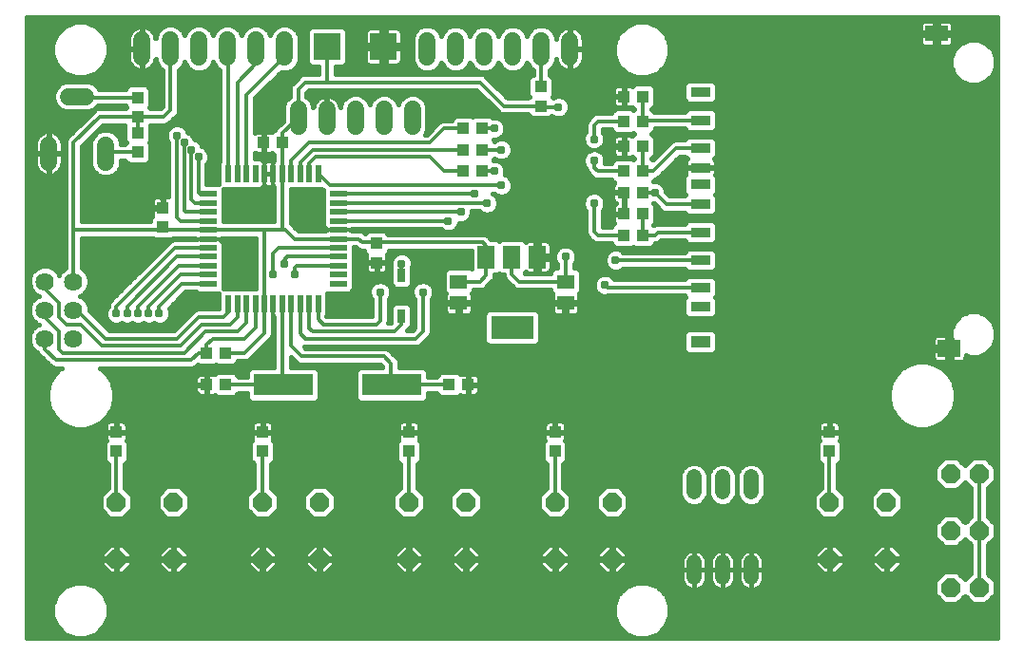
<source format=gtl>
G75*
%MOIN*%
%OFA0B0*%
%FSLAX24Y24*%
%IPPOS*%
%LPD*%
%AMOC8*
5,1,8,0,0,1.08239X$1,22.5*
%
%ADD10R,0.0709X0.0354*%
%ADD11R,0.0787X0.0551*%
%ADD12R,0.0787X0.0601*%
%ADD13R,0.0709X0.0433*%
%ADD14OC8,0.0660*%
%ADD15C,0.0594*%
%ADD16R,0.0197X0.0591*%
%ADD17R,0.0591X0.0197*%
%ADD18R,0.2100X0.0760*%
%ADD19R,0.0433X0.0394*%
%ADD20C,0.0640*%
%ADD21C,0.0520*%
%ADD22C,0.0600*%
%ADD23R,0.0590X0.0790*%
%ADD24R,0.1500X0.0790*%
%ADD25R,0.0394X0.0433*%
%ADD26R,0.0276X0.0472*%
%ADD27R,0.0591X0.0512*%
%ADD28R,0.0945X0.0945*%
%ADD29C,0.0160*%
%ADD30C,0.0120*%
%ADD31C,0.0310*%
D10*
X024286Y012302D03*
X024286Y012971D03*
X024286Y013924D03*
X024286Y014908D03*
X024286Y015893D03*
X024286Y016582D03*
X024286Y017172D03*
X024286Y017861D03*
X024286Y018845D03*
X024286Y019830D03*
D11*
X032554Y021887D03*
D12*
X033007Y010830D03*
D13*
X024286Y011062D03*
D14*
X033055Y006430D03*
X034055Y006430D03*
X034055Y004430D03*
X033055Y004430D03*
X030805Y003430D03*
X028805Y003430D03*
X028805Y005430D03*
X030805Y005430D03*
X033055Y002430D03*
X034055Y002430D03*
X021180Y003430D03*
X019180Y003430D03*
X016055Y003430D03*
X014055Y003430D03*
X010930Y003430D03*
X008930Y003430D03*
X008930Y005430D03*
X010930Y005430D03*
X014055Y005430D03*
X016055Y005430D03*
X019180Y005430D03*
X021180Y005430D03*
X005805Y005430D03*
X003805Y005430D03*
X003805Y003430D03*
X005805Y003430D03*
D15*
X010180Y018633D02*
X010180Y019227D01*
X011180Y019227D02*
X011180Y018633D01*
X012180Y018633D02*
X012180Y019227D01*
X013180Y019227D02*
X013180Y018633D01*
X014180Y018633D02*
X014180Y019227D01*
X014704Y021049D02*
X014704Y021642D01*
X015704Y021642D02*
X015704Y021049D01*
X016704Y021049D02*
X016704Y021642D01*
X017704Y021642D02*
X017704Y021049D01*
X018704Y021049D02*
X018704Y021642D01*
X019704Y021642D02*
X019704Y021049D01*
X009704Y021060D02*
X009704Y021654D01*
X008704Y021654D02*
X008704Y021060D01*
X007704Y021060D02*
X007704Y021654D01*
X006704Y021654D02*
X006704Y021060D01*
X005704Y021060D02*
X005704Y021654D01*
X004704Y021654D02*
X004704Y021060D01*
D16*
X007730Y016963D03*
X008045Y016963D03*
X008360Y016963D03*
X008675Y016963D03*
X008990Y016963D03*
X009305Y016963D03*
X009620Y016963D03*
X009935Y016963D03*
X010250Y016963D03*
X010565Y016963D03*
X010880Y016963D03*
X010880Y012397D03*
X010565Y012397D03*
X010250Y012397D03*
X009935Y012397D03*
X009620Y012397D03*
X009305Y012397D03*
X008990Y012397D03*
X008675Y012397D03*
X008360Y012397D03*
X008045Y012397D03*
X007730Y012397D03*
D17*
X007022Y013105D03*
X007022Y013420D03*
X007022Y013735D03*
X007022Y014050D03*
X007022Y014365D03*
X007022Y014680D03*
X007022Y014995D03*
X007022Y015310D03*
X007022Y015625D03*
X007022Y015940D03*
X007022Y016255D03*
X011588Y016255D03*
X011588Y015940D03*
X011588Y015625D03*
X011588Y015310D03*
X011588Y014995D03*
X011588Y014680D03*
X011588Y014365D03*
X011588Y014050D03*
X011588Y013735D03*
X011588Y013420D03*
X011588Y013105D03*
D18*
X013455Y009555D03*
X009655Y009555D03*
D19*
X007640Y009555D03*
X006970Y009555D03*
X015470Y009555D03*
X016140Y009555D03*
X021595Y016305D03*
X022265Y016305D03*
X018680Y019345D03*
X018680Y020015D03*
X009640Y018055D03*
X008970Y018055D03*
X004555Y017720D03*
X004555Y018390D03*
D20*
X002305Y013180D03*
X001305Y013180D03*
X001305Y012180D03*
X002305Y012180D03*
X002305Y011180D03*
X001305Y011180D03*
D21*
X024055Y006315D02*
X024055Y005795D01*
X025055Y005795D02*
X025055Y006315D01*
X026055Y006315D02*
X026055Y005795D01*
X026055Y003315D02*
X026055Y002795D01*
X025055Y002795D02*
X025055Y003315D01*
X024055Y003315D02*
X024055Y002795D01*
D22*
X003430Y017380D02*
X003430Y017980D01*
X001430Y017980D02*
X001430Y017380D01*
X002130Y019680D02*
X002730Y019680D01*
D23*
X016770Y014045D03*
X017670Y014045D03*
X018570Y014045D03*
D24*
X017680Y011565D03*
D25*
X012930Y013845D03*
X012930Y014515D03*
X015970Y017055D03*
X016640Y017055D03*
X016640Y017805D03*
X015970Y017805D03*
X015970Y018555D03*
X016640Y018555D03*
X021595Y018805D03*
X022265Y018805D03*
X022265Y017930D03*
X021595Y017930D03*
X021595Y017055D03*
X022265Y017055D03*
X022265Y015555D03*
X021595Y015555D03*
X021595Y014805D03*
X022265Y014805D03*
X022265Y019680D03*
X021595Y019680D03*
X007640Y010680D03*
X006970Y010680D03*
X008930Y007890D03*
X008930Y007220D03*
X014055Y007220D03*
X014055Y007890D03*
X019180Y007890D03*
X019180Y007220D03*
X028805Y007220D03*
X028805Y007890D03*
X005430Y015095D03*
X005430Y015765D03*
X004555Y018970D03*
X004555Y019640D03*
X003805Y007890D03*
X003805Y007220D03*
D26*
X013805Y011952D03*
X013805Y013408D03*
D27*
X015805Y013179D03*
X015805Y012431D03*
X019555Y012431D03*
X019555Y013179D03*
D28*
X013164Y021430D03*
X011196Y021430D03*
D29*
X000660Y022450D02*
X000660Y000660D01*
X034700Y000660D01*
X034700Y022450D01*
X000660Y022450D01*
X000660Y022370D02*
X034700Y022370D01*
X034700Y022212D02*
X033121Y022212D01*
X033115Y022232D02*
X033092Y022273D01*
X033058Y022307D01*
X033017Y022330D01*
X032971Y022343D01*
X032612Y022343D01*
X032612Y021945D01*
X033128Y021945D01*
X033128Y022186D01*
X033115Y022232D01*
X033128Y022053D02*
X034700Y022053D01*
X034700Y021895D02*
X032612Y021895D01*
X032612Y021945D02*
X032612Y021829D01*
X032612Y021431D01*
X032971Y021431D01*
X033017Y021444D01*
X033058Y021467D01*
X033092Y021501D01*
X033115Y021542D01*
X033128Y021588D01*
X033128Y021829D01*
X032612Y021829D01*
X032496Y021829D01*
X032496Y021431D01*
X032137Y021431D01*
X032091Y021444D01*
X032050Y021467D01*
X032016Y021501D01*
X031993Y021542D01*
X031980Y021588D01*
X031980Y021829D01*
X032496Y021829D01*
X032496Y021945D01*
X031980Y021945D01*
X031980Y022186D01*
X031993Y022232D01*
X032016Y022273D01*
X032050Y022307D01*
X032091Y022330D01*
X032137Y022343D01*
X032496Y022343D01*
X032496Y021945D01*
X032612Y021945D01*
X032612Y022053D02*
X032496Y022053D01*
X032496Y021895D02*
X023029Y021895D01*
X023051Y021872D02*
X022778Y022146D01*
X022421Y022294D01*
X022034Y022294D01*
X021677Y022146D01*
X021403Y021872D01*
X021255Y021515D01*
X021255Y021128D01*
X021403Y020771D01*
X021677Y020498D01*
X022034Y020350D01*
X022421Y020350D01*
X022778Y020498D01*
X023051Y020771D01*
X023199Y021128D01*
X023199Y021515D01*
X023051Y021872D01*
X023108Y021736D02*
X031980Y021736D01*
X031983Y021578D02*
X023174Y021578D01*
X023199Y021419D02*
X033281Y021419D01*
X033188Y021326D02*
X033068Y021037D01*
X033068Y020725D01*
X033188Y020436D01*
X033408Y020215D01*
X033697Y020096D01*
X034009Y020096D01*
X034298Y020215D01*
X034519Y020436D01*
X034638Y020725D01*
X034638Y021037D01*
X034519Y021326D01*
X034298Y021546D01*
X034009Y021666D01*
X033697Y021666D01*
X033408Y021546D01*
X033188Y021326D01*
X033161Y021261D02*
X023199Y021261D01*
X023188Y021102D02*
X033095Y021102D01*
X033068Y020944D02*
X023123Y020944D01*
X023057Y020785D02*
X033068Y020785D01*
X033109Y020627D02*
X022907Y020627D01*
X022707Y020468D02*
X033174Y020468D01*
X033314Y020310D02*
X019124Y020310D01*
X019127Y020307D02*
X018994Y020440D01*
X018994Y020598D01*
X019002Y020602D01*
X019150Y020750D01*
X019230Y020944D01*
X019230Y020988D01*
X019239Y020937D01*
X019262Y020865D01*
X019296Y020799D01*
X019340Y020738D01*
X019393Y020685D01*
X019454Y020641D01*
X019521Y020607D01*
X019592Y020583D01*
X019666Y020572D01*
X019685Y020572D01*
X019685Y021327D01*
X019722Y021327D01*
X019722Y021364D01*
X019685Y021364D01*
X019685Y022119D01*
X019666Y022119D01*
X019592Y022107D01*
X019521Y022084D01*
X019454Y022050D01*
X019393Y022006D01*
X019340Y021953D01*
X019296Y021892D01*
X019262Y021825D01*
X019239Y021754D01*
X019230Y021703D01*
X019230Y021747D01*
X019150Y021941D01*
X019002Y022089D01*
X018808Y022169D01*
X018599Y022169D01*
X018405Y022089D01*
X018257Y021941D01*
X018204Y021812D01*
X018150Y021941D01*
X018002Y022089D01*
X017808Y022169D01*
X017599Y022169D01*
X017405Y022089D01*
X017257Y021941D01*
X017204Y021812D01*
X017150Y021941D01*
X017002Y022089D01*
X016808Y022169D01*
X016599Y022169D01*
X016405Y022089D01*
X016257Y021941D01*
X016204Y021812D01*
X016150Y021941D01*
X016002Y022089D01*
X015808Y022169D01*
X015599Y022169D01*
X015405Y022089D01*
X015257Y021941D01*
X015204Y021812D01*
X015150Y021941D01*
X015002Y022089D01*
X014808Y022169D01*
X014599Y022169D01*
X014405Y022089D01*
X014257Y021941D01*
X014177Y021747D01*
X014177Y020944D01*
X014257Y020750D01*
X014405Y020602D01*
X014599Y020522D01*
X014808Y020522D01*
X015002Y020602D01*
X015150Y020750D01*
X015204Y020879D01*
X015257Y020750D01*
X015405Y020602D01*
X015599Y020522D01*
X015808Y020522D01*
X016002Y020602D01*
X016150Y020750D01*
X016204Y020879D01*
X016257Y020750D01*
X016405Y020602D01*
X016599Y020522D01*
X016808Y020522D01*
X017002Y020602D01*
X017150Y020750D01*
X017204Y020879D01*
X017257Y020750D01*
X017405Y020602D01*
X017599Y020522D01*
X017808Y020522D01*
X018002Y020602D01*
X018150Y020750D01*
X018204Y020879D01*
X018257Y020750D01*
X018405Y020602D01*
X018414Y020598D01*
X018414Y020441D01*
X018368Y020441D01*
X018233Y020307D01*
X018233Y019723D01*
X018276Y019680D01*
X018233Y019637D01*
X018233Y019635D01*
X017510Y019635D01*
X016801Y020344D01*
X016719Y020426D01*
X016613Y020470D01*
X011486Y020470D01*
X011486Y020728D01*
X011763Y020728D01*
X011898Y020862D01*
X011898Y021998D01*
X011763Y022132D01*
X010628Y022132D01*
X010493Y021998D01*
X010493Y020862D01*
X010628Y020728D01*
X010906Y020728D01*
X010906Y020470D01*
X010372Y020470D01*
X010266Y020426D01*
X010016Y020176D01*
X009934Y020094D01*
X009890Y019988D01*
X009890Y019677D01*
X009882Y019673D01*
X009733Y019525D01*
X009653Y019332D01*
X009653Y018813D01*
X009394Y018554D01*
X009364Y018482D01*
X009328Y018482D01*
X009262Y018416D01*
X009256Y018420D01*
X009211Y018432D01*
X008989Y018432D01*
X008989Y018073D01*
X008952Y018073D01*
X008952Y018432D01*
X008730Y018432D01*
X008684Y018420D01*
X008650Y018400D01*
X008650Y019615D01*
X009577Y020542D01*
X009599Y020533D01*
X009808Y020533D01*
X010002Y020614D01*
X010150Y020762D01*
X010230Y020956D01*
X010230Y021759D01*
X010150Y021952D01*
X010002Y022101D01*
X009808Y022181D01*
X009599Y022181D01*
X009405Y022101D01*
X009257Y021952D01*
X009204Y021824D01*
X009150Y021952D01*
X009002Y022101D01*
X008808Y022181D01*
X008599Y022181D01*
X008405Y022101D01*
X008257Y021952D01*
X008204Y021824D01*
X008150Y021952D01*
X008002Y022101D01*
X007808Y022181D01*
X007599Y022181D01*
X007405Y022101D01*
X007257Y021952D01*
X007204Y021824D01*
X007150Y021952D01*
X007002Y022101D01*
X006808Y022181D01*
X006599Y022181D01*
X006405Y022101D01*
X006257Y021952D01*
X006204Y021824D01*
X006150Y021952D01*
X006002Y022101D01*
X005808Y022181D01*
X005599Y022181D01*
X005405Y022101D01*
X005257Y021952D01*
X005177Y021759D01*
X005177Y021715D01*
X005169Y021766D01*
X005146Y021837D01*
X005111Y021904D01*
X005067Y021965D01*
X005014Y022018D01*
X004954Y022062D01*
X004887Y022096D01*
X004815Y022119D01*
X004741Y022131D01*
X004722Y022131D01*
X004722Y021376D01*
X004685Y021376D01*
X004685Y022131D01*
X004666Y022131D01*
X004592Y022119D01*
X004521Y022096D01*
X004454Y022062D01*
X004393Y022018D01*
X004340Y021965D01*
X004296Y021904D01*
X004262Y021837D01*
X004239Y021766D01*
X004227Y021692D01*
X004227Y021376D01*
X004685Y021376D01*
X004685Y021339D01*
X004227Y021339D01*
X004227Y021023D01*
X004239Y020949D01*
X004262Y020877D01*
X004296Y020810D01*
X004340Y020750D01*
X004393Y020697D01*
X004454Y020652D01*
X004521Y020618D01*
X004592Y020595D01*
X004666Y020583D01*
X004685Y020583D01*
X004685Y021339D01*
X004722Y021339D01*
X004722Y020583D01*
X004741Y020583D01*
X004815Y020595D01*
X004887Y020618D01*
X004954Y020652D01*
X005014Y020697D01*
X005067Y020750D01*
X005111Y020810D01*
X005146Y020877D01*
X005169Y020949D01*
X005177Y020999D01*
X005177Y020956D01*
X005257Y020762D01*
X005405Y020614D01*
X005414Y020610D01*
X005414Y019324D01*
X005350Y019260D01*
X004982Y019260D01*
X004982Y019282D01*
X004959Y019305D01*
X004982Y019328D01*
X004982Y019951D01*
X004847Y020086D01*
X004263Y020086D01*
X004128Y019951D01*
X004128Y019930D01*
X003200Y019930D01*
X003179Y019980D01*
X003030Y020129D01*
X002835Y020210D01*
X002025Y020210D01*
X001830Y020129D01*
X001681Y019980D01*
X001600Y019785D01*
X001600Y019575D01*
X001681Y019380D01*
X001830Y019231D01*
X002025Y019150D01*
X002835Y019150D01*
X003030Y019231D01*
X003149Y019350D01*
X004128Y019350D01*
X004128Y019328D01*
X004151Y019305D01*
X004128Y019282D01*
X004128Y019260D01*
X003163Y019260D01*
X003056Y019216D01*
X002975Y019135D01*
X002059Y018219D01*
X002015Y018113D01*
X002015Y013655D01*
X001993Y013646D01*
X001839Y013492D01*
X001805Y013410D01*
X001771Y013492D01*
X001617Y013646D01*
X001414Y013730D01*
X001196Y013730D01*
X000993Y013646D01*
X000839Y013492D01*
X000755Y013289D01*
X000755Y013071D01*
X000839Y012868D01*
X000993Y012714D01*
X001075Y012680D01*
X000993Y012646D01*
X000839Y012492D01*
X000755Y012289D01*
X000755Y012071D01*
X000839Y011868D01*
X000993Y011714D01*
X001075Y011680D01*
X000993Y011646D01*
X000839Y011492D01*
X000755Y011289D01*
X000755Y011071D01*
X000839Y010868D01*
X000993Y010714D01*
X001036Y010696D01*
X001059Y010641D01*
X000660Y010641D01*
X000660Y010483D02*
X001217Y010483D01*
X001059Y010641D02*
X001434Y010266D01*
X001516Y010184D01*
X001622Y010140D01*
X001880Y010140D01*
X001837Y010115D01*
X001620Y009898D01*
X001466Y009631D01*
X001386Y009334D01*
X001386Y009026D01*
X001466Y008729D01*
X001620Y008462D01*
X001837Y008245D01*
X002104Y008091D01*
X002401Y008011D01*
X002709Y008011D01*
X003006Y008091D01*
X003273Y008245D01*
X003490Y008462D01*
X003644Y008729D01*
X003724Y009026D01*
X003724Y009334D01*
X003644Y009631D01*
X003490Y009898D01*
X003273Y010115D01*
X003230Y010140D01*
X006488Y010140D01*
X006594Y010184D01*
X006661Y010251D01*
X006678Y010233D01*
X007262Y010233D01*
X007305Y010276D01*
X007348Y010233D01*
X007932Y010233D01*
X008066Y010368D01*
X008066Y010390D01*
X008363Y010390D01*
X008469Y010434D01*
X008551Y010516D01*
X009236Y011201D01*
X009280Y011307D01*
X009280Y011921D01*
X009305Y011921D01*
X009330Y011921D01*
X009330Y010165D01*
X008510Y010165D01*
X008375Y010030D01*
X008375Y009845D01*
X008086Y009845D01*
X008086Y009847D01*
X007951Y009982D01*
X007328Y009982D01*
X007262Y009916D01*
X007256Y009920D01*
X007211Y009932D01*
X006989Y009932D01*
X006989Y009573D01*
X006952Y009573D01*
X006952Y009537D01*
X006574Y009537D01*
X006574Y009334D01*
X006586Y009289D01*
X006610Y009248D01*
X006643Y009214D01*
X006684Y009190D01*
X006730Y009178D01*
X006952Y009178D01*
X006952Y009537D01*
X006989Y009537D01*
X006989Y009178D01*
X007211Y009178D01*
X007256Y009190D01*
X007262Y009194D01*
X007328Y009128D01*
X007951Y009128D01*
X008086Y009263D01*
X008086Y009265D01*
X008375Y009265D01*
X008375Y009080D01*
X008510Y008945D01*
X010800Y008945D01*
X010935Y009080D01*
X010935Y010030D01*
X010800Y010165D01*
X009910Y010165D01*
X009910Y010540D01*
X010059Y010391D01*
X010141Y010309D01*
X010247Y010265D01*
X013060Y010265D01*
X013140Y010185D01*
X013140Y010165D01*
X012310Y010165D01*
X012175Y010030D01*
X012175Y009080D01*
X012310Y008945D01*
X014600Y008945D01*
X014735Y009080D01*
X014735Y009265D01*
X015024Y009265D01*
X015024Y009263D01*
X015159Y009128D01*
X015782Y009128D01*
X015848Y009194D01*
X015854Y009190D01*
X015899Y009178D01*
X016121Y009178D01*
X016121Y009537D01*
X016158Y009537D01*
X016158Y009573D01*
X016536Y009573D01*
X016536Y009776D01*
X016524Y009821D01*
X016500Y009862D01*
X016467Y009896D01*
X016426Y009920D01*
X016380Y009932D01*
X016158Y009932D01*
X016158Y009573D01*
X016121Y009573D01*
X016121Y009932D01*
X015899Y009932D01*
X015854Y009920D01*
X015848Y009916D01*
X015782Y009982D01*
X015159Y009982D01*
X015024Y009847D01*
X015024Y009845D01*
X014735Y009845D01*
X014735Y010030D01*
X014600Y010165D01*
X013720Y010165D01*
X013720Y010363D01*
X013676Y010469D01*
X013594Y010551D01*
X013344Y010801D01*
X013238Y010845D01*
X010425Y010845D01*
X010380Y010890D01*
X014363Y010890D01*
X014469Y010934D01*
X014719Y011184D01*
X014801Y011266D01*
X014845Y011372D01*
X014845Y012551D01*
X014881Y012587D01*
X014940Y012728D01*
X014940Y012882D01*
X014881Y013023D01*
X014773Y013131D01*
X014632Y013190D01*
X014478Y013190D01*
X014337Y013131D01*
X014229Y013023D01*
X014170Y012882D01*
X014170Y012728D01*
X014229Y012587D01*
X014265Y012551D01*
X014265Y011550D01*
X014185Y011470D01*
X014005Y011470D01*
X014021Y011485D01*
X014038Y011485D01*
X014173Y011620D01*
X014173Y012283D01*
X014038Y012418D01*
X013572Y012418D01*
X013437Y012283D01*
X013437Y011722D01*
X013435Y011720D01*
X013334Y011720D01*
X013345Y011747D01*
X013345Y012551D01*
X013381Y012587D01*
X013440Y012728D01*
X013440Y012882D01*
X013381Y013023D01*
X013273Y013131D01*
X013132Y013190D01*
X012978Y013190D01*
X012837Y013131D01*
X012729Y013023D01*
X012670Y012882D01*
X012670Y012728D01*
X012729Y012587D01*
X012765Y012551D01*
X012765Y011970D01*
X011175Y011970D01*
X011174Y011971D01*
X011208Y012006D01*
X011208Y012777D01*
X011979Y012777D01*
X012114Y012912D01*
X012114Y014390D01*
X012185Y014390D01*
X012266Y014309D01*
X012372Y014265D01*
X012503Y014265D01*
X012503Y014203D01*
X012569Y014137D01*
X012565Y014131D01*
X012553Y014086D01*
X012553Y013864D01*
X012912Y013864D01*
X012912Y013827D01*
X012948Y013827D01*
X012948Y013449D01*
X013151Y013449D01*
X013196Y013461D01*
X013237Y013485D01*
X013271Y013518D01*
X013295Y013559D01*
X013307Y013605D01*
X013307Y013827D01*
X012948Y013827D01*
X012948Y013864D01*
X013307Y013864D01*
X013307Y014086D01*
X013295Y014131D01*
X013291Y014137D01*
X013357Y014203D01*
X013357Y014265D01*
X016245Y014265D01*
X016245Y013615D01*
X016196Y013665D01*
X015414Y013665D01*
X015280Y013530D01*
X015280Y012828D01*
X015345Y012762D01*
X015342Y012756D01*
X015330Y012711D01*
X015330Y012479D01*
X015757Y012479D01*
X015757Y012383D01*
X015330Y012383D01*
X015330Y012151D01*
X015342Y012106D01*
X015366Y012065D01*
X015399Y012031D01*
X015440Y012007D01*
X015486Y011995D01*
X015757Y011995D01*
X015757Y012383D01*
X015853Y012383D01*
X015853Y012479D01*
X016280Y012479D01*
X016280Y012711D01*
X016268Y012756D01*
X016265Y012762D01*
X016330Y012828D01*
X016330Y012890D01*
X016613Y012890D01*
X016719Y012934D01*
X016934Y013149D01*
X017016Y013231D01*
X017060Y013337D01*
X017060Y013420D01*
X017160Y013420D01*
X017220Y013480D01*
X017280Y013420D01*
X017380Y013420D01*
X017380Y013382D01*
X017424Y013276D01*
X017506Y013194D01*
X017766Y012934D01*
X017872Y012890D01*
X019030Y012890D01*
X019030Y012828D01*
X019095Y012762D01*
X019092Y012756D01*
X019080Y012711D01*
X019080Y012479D01*
X019507Y012479D01*
X019507Y012383D01*
X019080Y012383D01*
X019080Y012151D01*
X019092Y012106D01*
X019116Y012065D01*
X019149Y012031D01*
X019190Y012007D01*
X019236Y011995D01*
X019507Y011995D01*
X019507Y012383D01*
X019603Y012383D01*
X019603Y012479D01*
X020030Y012479D01*
X020030Y012711D01*
X020018Y012756D01*
X020015Y012762D01*
X020080Y012828D01*
X020080Y013530D01*
X019946Y013665D01*
X019845Y013665D01*
X019845Y013801D01*
X019881Y013837D01*
X019940Y013978D01*
X019940Y014132D01*
X019881Y014273D01*
X019773Y014381D01*
X019632Y014440D01*
X019478Y014440D01*
X019337Y014381D01*
X019229Y014273D01*
X019170Y014132D01*
X019170Y013978D01*
X019229Y013837D01*
X019265Y013801D01*
X019265Y013665D01*
X019164Y013665D01*
X019030Y013530D01*
X019030Y013470D01*
X018110Y013470D01*
X018155Y013515D01*
X018164Y013506D01*
X018206Y013482D01*
X018251Y013470D01*
X018502Y013470D01*
X018502Y013977D01*
X018638Y013977D01*
X018638Y014113D01*
X018502Y014113D01*
X018502Y014620D01*
X018251Y014620D01*
X018206Y014608D01*
X018164Y014584D01*
X018155Y014575D01*
X018060Y014670D01*
X017280Y014670D01*
X017220Y014610D01*
X017160Y014670D01*
X016940Y014670D01*
X016809Y014801D01*
X016703Y014845D01*
X013338Y014845D01*
X013222Y014961D01*
X012638Y014961D01*
X012536Y014859D01*
X012469Y014926D01*
X012363Y014970D01*
X012064Y014970D01*
X012064Y014995D01*
X012064Y015020D01*
X014490Y015020D01*
X014502Y015015D01*
X015176Y015015D01*
X015212Y014979D01*
X015353Y014920D01*
X015507Y014920D01*
X015648Y014979D01*
X015756Y015087D01*
X015815Y015228D01*
X015815Y015240D01*
X015951Y015240D01*
X016093Y015298D01*
X016201Y015407D01*
X016260Y015548D01*
X016260Y015650D01*
X016541Y015650D01*
X016587Y015604D01*
X016728Y015545D01*
X016882Y015545D01*
X017023Y015604D01*
X017131Y015712D01*
X017190Y015853D01*
X017190Y016007D01*
X017131Y016148D01*
X017023Y016256D01*
X017002Y016265D01*
X017051Y016265D01*
X017087Y016229D01*
X017228Y016170D01*
X017382Y016170D01*
X017523Y016229D01*
X017631Y016337D01*
X017690Y016478D01*
X017690Y016632D01*
X017631Y016773D01*
X017523Y016881D01*
X017418Y016925D01*
X017440Y016978D01*
X017440Y017132D01*
X017381Y017273D01*
X017273Y017381D01*
X017132Y017440D01*
X017013Y017440D01*
X017066Y017493D01*
X017066Y017499D01*
X017087Y017479D01*
X017228Y017420D01*
X017382Y017420D01*
X017523Y017479D01*
X017631Y017587D01*
X017690Y017728D01*
X017690Y017882D01*
X017631Y018023D01*
X017523Y018131D01*
X017382Y018190D01*
X017228Y018190D01*
X017087Y018131D01*
X017066Y018111D01*
X017066Y018117D01*
X017013Y018170D01*
X017132Y018170D01*
X017273Y018229D01*
X017381Y018337D01*
X017440Y018478D01*
X017440Y018632D01*
X017381Y018773D01*
X017273Y018881D01*
X017132Y018940D01*
X016993Y018940D01*
X016932Y019002D01*
X016348Y019002D01*
X016305Y018959D01*
X016262Y019002D01*
X015678Y019002D01*
X015544Y018867D01*
X015544Y018845D01*
X015247Y018845D01*
X015141Y018801D01*
X015059Y018719D01*
X014685Y018345D01*
X014631Y018345D01*
X014707Y018528D01*
X014707Y019332D01*
X014627Y019525D01*
X014478Y019673D01*
X014285Y019754D01*
X014075Y019754D01*
X013882Y019673D01*
X013733Y019525D01*
X013680Y019396D01*
X013627Y019525D01*
X013478Y019673D01*
X013285Y019754D01*
X013075Y019754D01*
X012882Y019673D01*
X012733Y019525D01*
X012680Y019396D01*
X012627Y019525D01*
X012478Y019673D01*
X012285Y019754D01*
X012075Y019754D01*
X011882Y019673D01*
X011733Y019525D01*
X011653Y019332D01*
X011653Y019288D01*
X011645Y019339D01*
X011622Y019410D01*
X011588Y019477D01*
X011544Y019537D01*
X011491Y019591D01*
X011430Y019635D01*
X011363Y019669D01*
X011292Y019692D01*
X011218Y019704D01*
X011198Y019704D01*
X011198Y018948D01*
X011162Y018948D01*
X011162Y019704D01*
X011142Y019704D01*
X011068Y019692D01*
X010997Y019669D01*
X010930Y019635D01*
X010869Y019591D01*
X010816Y019537D01*
X010772Y019477D01*
X010738Y019410D01*
X010715Y019339D01*
X010707Y019288D01*
X010707Y019332D01*
X010627Y019525D01*
X010478Y019673D01*
X010470Y019677D01*
X010470Y019810D01*
X010550Y019890D01*
X016435Y019890D01*
X017144Y019181D01*
X017225Y019100D01*
X017332Y019055D01*
X018233Y019055D01*
X018233Y019053D01*
X018368Y018919D01*
X018992Y018919D01*
X019069Y018996D01*
X019087Y018979D01*
X019228Y018920D01*
X019382Y018920D01*
X019523Y018979D01*
X019631Y019087D01*
X019690Y019228D01*
X019690Y019382D01*
X019631Y019523D01*
X019523Y019631D01*
X019382Y019690D01*
X019228Y019690D01*
X019119Y019645D01*
X019084Y019680D01*
X019127Y019723D01*
X019127Y020307D01*
X019127Y020151D02*
X023751Y020151D01*
X023702Y020102D02*
X023837Y020237D01*
X024736Y020237D01*
X024871Y020102D01*
X024871Y019557D01*
X024736Y019422D01*
X023837Y019422D01*
X023702Y019557D01*
X023702Y020102D01*
X023702Y019993D02*
X022691Y019993D01*
X022691Y019992D02*
X022557Y020127D01*
X021973Y020127D01*
X021892Y020046D01*
X021862Y020064D01*
X021816Y020077D01*
X021614Y020077D01*
X021614Y019698D01*
X021577Y019698D01*
X021577Y019662D01*
X021219Y019662D01*
X021219Y019440D01*
X021231Y019394D01*
X021254Y019353D01*
X021288Y019319D01*
X021329Y019296D01*
X021375Y019283D01*
X021577Y019283D01*
X021577Y019662D01*
X021614Y019662D01*
X021614Y019283D01*
X021816Y019283D01*
X021862Y019296D01*
X021892Y019314D01*
X021963Y019242D01*
X021930Y019209D01*
X021887Y019252D01*
X021303Y019252D01*
X021169Y019117D01*
X021169Y019095D01*
X020622Y019095D01*
X020516Y019051D01*
X020391Y018926D01*
X020309Y018844D01*
X020265Y018738D01*
X020265Y018434D01*
X020229Y018398D01*
X020170Y018257D01*
X020170Y018103D01*
X020229Y017962D01*
X020337Y017854D01*
X020454Y017805D01*
X020337Y017756D01*
X020229Y017648D01*
X020170Y017507D01*
X020170Y017353D01*
X020229Y017212D01*
X020265Y017176D01*
X020265Y017122D01*
X020309Y017016D01*
X020391Y016934D01*
X020516Y016809D01*
X020622Y016765D01*
X021169Y016765D01*
X021169Y016743D01*
X021267Y016645D01*
X021235Y016612D01*
X021211Y016571D01*
X021199Y016526D01*
X021199Y016323D01*
X021577Y016323D01*
X021577Y016287D01*
X021199Y016287D01*
X021199Y016084D01*
X021211Y016039D01*
X021235Y015998D01*
X021268Y015964D01*
X021309Y015940D01*
X021324Y015936D01*
X021288Y015916D01*
X021254Y015882D01*
X021231Y015841D01*
X021219Y015795D01*
X021219Y015573D01*
X021577Y015573D01*
X021577Y015537D01*
X021219Y015537D01*
X021219Y015315D01*
X021231Y015269D01*
X021254Y015228D01*
X021267Y015215D01*
X021169Y015117D01*
X021169Y015095D01*
X020845Y015095D01*
X020845Y015676D01*
X020881Y015712D01*
X020940Y015853D01*
X020940Y016007D01*
X020881Y016148D01*
X020773Y016256D01*
X020632Y016315D01*
X020478Y016315D01*
X020337Y016256D01*
X020229Y016148D01*
X020170Y016007D01*
X020170Y015853D01*
X020229Y015712D01*
X020265Y015676D01*
X020265Y014872D01*
X020309Y014766D01*
X020434Y014641D01*
X020434Y014641D01*
X020516Y014559D01*
X020622Y014515D01*
X021169Y014515D01*
X021169Y014493D01*
X021303Y014358D01*
X021887Y014358D01*
X021930Y014401D01*
X021973Y014358D01*
X022557Y014358D01*
X022691Y014493D01*
X022691Y014515D01*
X022738Y014515D01*
X022844Y014559D01*
X022903Y014618D01*
X023720Y014618D01*
X023837Y014501D01*
X024736Y014501D01*
X024871Y014636D01*
X024871Y015181D01*
X024736Y015316D01*
X023837Y015316D01*
X023720Y015198D01*
X022726Y015198D01*
X022644Y015164D01*
X022628Y015180D01*
X022691Y015243D01*
X022691Y015867D01*
X022638Y015920D01*
X022655Y015920D01*
X022928Y015647D01*
X023035Y015603D01*
X023720Y015603D01*
X023837Y015485D01*
X024736Y015485D01*
X024871Y015620D01*
X024871Y016165D01*
X024799Y016237D01*
X024871Y016309D01*
X024871Y016854D01*
X024805Y016920D01*
X024808Y016925D01*
X024821Y016971D01*
X024821Y017164D01*
X024295Y017164D01*
X024295Y017181D01*
X024821Y017181D01*
X024821Y017373D01*
X024808Y017419D01*
X024785Y017460D01*
X024763Y017481D01*
X024871Y017589D01*
X024871Y018134D01*
X024736Y018268D01*
X023837Y018268D01*
X023720Y018151D01*
X023372Y018151D01*
X023266Y018107D01*
X022609Y017450D01*
X022566Y017492D01*
X022691Y017618D01*
X022691Y018242D01*
X022566Y018368D01*
X022691Y018493D01*
X022691Y018555D01*
X023720Y018555D01*
X023837Y018438D01*
X024736Y018438D01*
X024871Y018573D01*
X024871Y019118D01*
X024736Y019253D01*
X023837Y019253D01*
X023720Y019135D01*
X022673Y019135D01*
X022566Y019242D01*
X022691Y019368D01*
X022691Y019992D01*
X022691Y019834D02*
X023702Y019834D01*
X023702Y019676D02*
X022691Y019676D01*
X022691Y019517D02*
X023742Y019517D01*
X023784Y019200D02*
X022608Y019200D01*
X022682Y019359D02*
X034700Y019359D01*
X034700Y019517D02*
X024830Y019517D01*
X024871Y019676D02*
X034700Y019676D01*
X034700Y019834D02*
X024871Y019834D01*
X024871Y019993D02*
X034700Y019993D01*
X034700Y020151D02*
X034143Y020151D01*
X034392Y020310D02*
X034700Y020310D01*
X034700Y020468D02*
X034532Y020468D01*
X034598Y020627D02*
X034700Y020627D01*
X034700Y020785D02*
X034638Y020785D01*
X034638Y020944D02*
X034700Y020944D01*
X034700Y021102D02*
X034611Y021102D01*
X034546Y021261D02*
X034700Y021261D01*
X034700Y021419D02*
X034425Y021419D01*
X034223Y021578D02*
X034700Y021578D01*
X034700Y021736D02*
X033128Y021736D01*
X033125Y021578D02*
X033484Y021578D01*
X032612Y021578D02*
X032496Y021578D01*
X032496Y021736D02*
X032612Y021736D01*
X032612Y022212D02*
X032496Y022212D01*
X031987Y022212D02*
X022619Y022212D01*
X022871Y022053D02*
X031980Y022053D01*
X033563Y020151D02*
X024822Y020151D01*
X024788Y019200D02*
X034700Y019200D01*
X034700Y019042D02*
X024871Y019042D01*
X024871Y018883D02*
X034700Y018883D01*
X034700Y018725D02*
X024871Y018725D01*
X024864Y018566D02*
X034700Y018566D01*
X034700Y018408D02*
X022606Y018408D01*
X022684Y018249D02*
X023817Y018249D01*
X023249Y018091D02*
X022691Y018091D01*
X022691Y017932D02*
X023091Y017932D01*
X022932Y017774D02*
X022691Y017774D01*
X022688Y017615D02*
X022774Y017615D01*
X022615Y017457D02*
X022602Y017457D01*
X023119Y017140D02*
X023752Y017140D01*
X023752Y017164D02*
X023752Y016971D01*
X023764Y016925D01*
X023768Y016920D01*
X023702Y016854D01*
X023702Y016309D01*
X023774Y016237D01*
X023720Y016183D01*
X023213Y016183D01*
X023065Y016330D01*
X023065Y016382D01*
X023006Y016523D01*
X022898Y016631D01*
X022757Y016690D01*
X022638Y016690D01*
X022691Y016743D01*
X022691Y016769D01*
X022788Y016809D01*
X023550Y017571D01*
X023720Y017571D01*
X023809Y017481D01*
X023788Y017460D01*
X023764Y017419D01*
X023752Y017373D01*
X023752Y017181D01*
X024278Y017181D01*
X024278Y017164D01*
X023752Y017164D01*
X023752Y017298D02*
X023277Y017298D01*
X023436Y017457D02*
X023786Y017457D01*
X023752Y016981D02*
X022960Y016981D01*
X022802Y016823D02*
X023702Y016823D01*
X023702Y016664D02*
X022819Y016664D01*
X023014Y016506D02*
X023702Y016506D01*
X023702Y016347D02*
X023065Y016347D01*
X023207Y016189D02*
X023725Y016189D01*
X023768Y015555D02*
X022691Y015555D01*
X022691Y015713D02*
X022862Y015713D01*
X022703Y015872D02*
X022687Y015872D01*
X022691Y015396D02*
X034700Y015396D01*
X034700Y015238D02*
X024814Y015238D01*
X024871Y015079D02*
X034700Y015079D01*
X034700Y014921D02*
X024871Y014921D01*
X024871Y014762D02*
X034700Y014762D01*
X034700Y014604D02*
X024838Y014604D01*
X024736Y014331D02*
X023837Y014331D01*
X023720Y014214D01*
X021565Y014214D01*
X021523Y014256D01*
X021382Y014315D01*
X021228Y014315D01*
X021087Y014256D01*
X020979Y014148D01*
X020920Y014007D01*
X020920Y013853D01*
X020979Y013712D01*
X021087Y013604D01*
X021228Y013545D01*
X021382Y013545D01*
X021523Y013604D01*
X021554Y013634D01*
X023720Y013634D01*
X023837Y013517D01*
X024736Y013517D01*
X024871Y013652D01*
X024871Y014197D01*
X024736Y014331D01*
X024781Y014287D02*
X034700Y014287D01*
X034700Y014445D02*
X022643Y014445D01*
X022889Y014604D02*
X023734Y014604D01*
X023792Y014287D02*
X021450Y014287D01*
X021217Y014445D02*
X019045Y014445D01*
X019045Y014464D02*
X019033Y014509D01*
X019009Y014551D01*
X018976Y014584D01*
X018934Y014608D01*
X018889Y014620D01*
X018638Y014620D01*
X018638Y014113D01*
X019045Y014113D01*
X019045Y014464D01*
X018942Y014604D02*
X020471Y014604D01*
X020313Y014762D02*
X016848Y014762D01*
X016245Y014128D02*
X014026Y014128D01*
X014023Y014131D02*
X013882Y014190D01*
X013728Y014190D01*
X013587Y014131D01*
X013479Y014023D01*
X013420Y013882D01*
X013420Y013728D01*
X013437Y013687D01*
X013437Y013077D01*
X013572Y012942D01*
X014038Y012942D01*
X014173Y013077D01*
X014173Y013687D01*
X014190Y013728D01*
X014190Y013882D01*
X014131Y014023D01*
X014023Y014131D01*
X014154Y013970D02*
X016245Y013970D01*
X016245Y013811D02*
X014190Y013811D01*
X014173Y013653D02*
X015402Y013653D01*
X015280Y013494D02*
X014173Y013494D01*
X014173Y013336D02*
X015280Y013336D01*
X015280Y013177D02*
X014663Y013177D01*
X014447Y013177D02*
X014173Y013177D01*
X014227Y013019D02*
X014114Y013019D01*
X014170Y012860D02*
X013440Y012860D01*
X013429Y012702D02*
X014181Y012702D01*
X014265Y012543D02*
X013345Y012543D01*
X013345Y012385D02*
X013539Y012385D01*
X013437Y012226D02*
X013345Y012226D01*
X013345Y012068D02*
X013437Y012068D01*
X013437Y011909D02*
X013345Y011909D01*
X013345Y011751D02*
X013437Y011751D01*
X014145Y011592D02*
X014265Y011592D01*
X014265Y011751D02*
X014173Y011751D01*
X014173Y011909D02*
X014265Y011909D01*
X014265Y012068D02*
X014173Y012068D01*
X014173Y012226D02*
X014265Y012226D01*
X014265Y012385D02*
X014071Y012385D01*
X014845Y012385D02*
X015757Y012385D01*
X015853Y012385D02*
X019507Y012385D01*
X019603Y012385D02*
X023702Y012385D01*
X023702Y012543D02*
X020030Y012543D01*
X020030Y012702D02*
X020777Y012702D01*
X020712Y012729D02*
X020853Y012670D01*
X021007Y012670D01*
X021034Y012681D01*
X023720Y012681D01*
X023764Y012637D01*
X023702Y012574D01*
X023702Y012030D01*
X023837Y011895D01*
X024736Y011895D01*
X024871Y012030D01*
X024871Y012574D01*
X024808Y012637D01*
X024871Y012699D01*
X024871Y013244D01*
X024736Y013379D01*
X023837Y013379D01*
X023720Y013261D01*
X021261Y013261D01*
X021256Y013273D01*
X021148Y013381D01*
X021007Y013440D01*
X020853Y013440D01*
X020712Y013381D01*
X020604Y013273D01*
X020545Y013132D01*
X020545Y012978D01*
X020604Y012837D01*
X020712Y012729D01*
X020594Y012860D02*
X020080Y012860D01*
X020080Y013019D02*
X020545Y013019D01*
X020564Y013177D02*
X020080Y013177D01*
X020080Y013336D02*
X020666Y013336D01*
X021194Y013336D02*
X023794Y013336D01*
X024779Y013336D02*
X034700Y013336D01*
X034700Y013494D02*
X020080Y013494D01*
X019958Y013653D02*
X021038Y013653D01*
X020938Y013811D02*
X019855Y013811D01*
X019936Y013970D02*
X020920Y013970D01*
X020970Y014128D02*
X019940Y014128D01*
X019868Y014287D02*
X021160Y014287D01*
X020265Y014921D02*
X015508Y014921D01*
X015352Y014921D02*
X013263Y014921D01*
X012597Y014921D02*
X012475Y014921D01*
X012064Y014995D02*
X011992Y014995D01*
X011992Y014995D01*
X011992Y014995D01*
X012064Y014995D01*
X012114Y014287D02*
X012320Y014287D01*
X012114Y014128D02*
X012565Y014128D01*
X012553Y013970D02*
X012114Y013970D01*
X012114Y013811D02*
X012553Y013811D01*
X012553Y013827D02*
X012553Y013605D01*
X012565Y013559D01*
X012589Y013518D01*
X012623Y013485D01*
X012664Y013461D01*
X012709Y013449D01*
X012912Y013449D01*
X012912Y013827D01*
X012553Y013827D01*
X012553Y013653D02*
X012114Y013653D01*
X012114Y013494D02*
X012613Y013494D01*
X012912Y013494D02*
X012948Y013494D01*
X012948Y013653D02*
X012912Y013653D01*
X012912Y013811D02*
X012948Y013811D01*
X013307Y013811D02*
X013420Y013811D01*
X013437Y013653D02*
X013307Y013653D01*
X013247Y013494D02*
X013437Y013494D01*
X013437Y013336D02*
X012114Y013336D01*
X012114Y013177D02*
X012947Y013177D01*
X013163Y013177D02*
X013437Y013177D01*
X013383Y013019D02*
X013496Y013019D01*
X012727Y013019D02*
X012114Y013019D01*
X012062Y012860D02*
X012670Y012860D01*
X012681Y012702D02*
X011208Y012702D01*
X011208Y012543D02*
X012765Y012543D01*
X012765Y012385D02*
X011208Y012385D01*
X011208Y012226D02*
X012765Y012226D01*
X012765Y012068D02*
X011208Y012068D01*
X009330Y011909D02*
X009280Y011909D01*
X009305Y011921D02*
X009305Y011993D01*
X009305Y011993D01*
X009305Y011993D01*
X009305Y011921D01*
X009280Y011751D02*
X009330Y011751D01*
X009330Y011592D02*
X009280Y011592D01*
X009280Y011434D02*
X009330Y011434D01*
X009330Y011275D02*
X009267Y011275D01*
X009330Y011117D02*
X009152Y011117D01*
X008993Y010958D02*
X009330Y010958D01*
X009330Y010800D02*
X008835Y010800D01*
X008676Y010641D02*
X009330Y010641D01*
X009330Y010483D02*
X008518Y010483D01*
X008022Y010324D02*
X009330Y010324D01*
X009330Y010166D02*
X006549Y010166D01*
X006684Y009920D02*
X006643Y009896D01*
X006610Y009862D01*
X006586Y009821D01*
X006574Y009776D01*
X006574Y009573D01*
X006952Y009573D01*
X006952Y009932D01*
X006730Y009932D01*
X006684Y009920D01*
X006602Y009849D02*
X003519Y009849D01*
X003610Y009690D02*
X006574Y009690D01*
X006574Y009532D02*
X003671Y009532D01*
X003713Y009373D02*
X006574Y009373D01*
X006643Y009215D02*
X003724Y009215D01*
X003724Y009056D02*
X008399Y009056D01*
X008375Y009215D02*
X008038Y009215D01*
X006989Y009215D02*
X006952Y009215D01*
X006952Y009373D02*
X006989Y009373D01*
X006989Y009532D02*
X006952Y009532D01*
X006952Y009690D02*
X006989Y009690D01*
X006989Y009849D02*
X006952Y009849D01*
X008085Y009849D02*
X008375Y009849D01*
X008375Y010007D02*
X003381Y010007D01*
X001729Y010007D02*
X000660Y010007D01*
X000660Y009849D02*
X001591Y009849D01*
X001500Y009690D02*
X000660Y009690D01*
X000660Y009532D02*
X001439Y009532D01*
X001397Y009373D02*
X000660Y009373D01*
X000660Y009215D02*
X001386Y009215D01*
X001386Y009056D02*
X000660Y009056D01*
X000660Y008898D02*
X001420Y008898D01*
X001463Y008739D02*
X000660Y008739D01*
X000660Y008581D02*
X001551Y008581D01*
X001660Y008422D02*
X000660Y008422D01*
X000660Y008264D02*
X001818Y008264D01*
X002079Y008105D02*
X000660Y008105D01*
X000660Y007947D02*
X003428Y007947D01*
X003428Y007908D02*
X003787Y007908D01*
X003787Y008286D01*
X003584Y008286D01*
X003539Y008274D01*
X003498Y008250D01*
X003464Y008217D01*
X003440Y008176D01*
X003428Y008130D01*
X003428Y007908D01*
X003428Y007871D02*
X003428Y007649D01*
X003440Y007604D01*
X003444Y007598D01*
X003378Y007532D01*
X003378Y006909D01*
X003513Y006774D01*
X003515Y006774D01*
X003515Y005932D01*
X003245Y005662D01*
X003245Y005198D01*
X003573Y004870D01*
X004037Y004870D01*
X004365Y005198D01*
X004365Y005662D01*
X004095Y005932D01*
X004095Y006774D01*
X004097Y006774D01*
X004232Y006909D01*
X004232Y007532D01*
X004166Y007598D01*
X004170Y007604D01*
X004182Y007649D01*
X004182Y007871D01*
X003823Y007871D01*
X003823Y007908D01*
X003787Y007908D01*
X003787Y007871D01*
X003428Y007871D01*
X003428Y007788D02*
X000660Y007788D01*
X000660Y007630D02*
X003433Y007630D01*
X003378Y007471D02*
X000660Y007471D01*
X000660Y007313D02*
X003378Y007313D01*
X003378Y007154D02*
X000660Y007154D01*
X000660Y006996D02*
X003378Y006996D01*
X003450Y006837D02*
X000660Y006837D01*
X000660Y006679D02*
X003515Y006679D01*
X003515Y006520D02*
X000660Y006520D01*
X000660Y006362D02*
X003515Y006362D01*
X003515Y006203D02*
X000660Y006203D01*
X000660Y006045D02*
X003515Y006045D01*
X003469Y005886D02*
X000660Y005886D01*
X000660Y005728D02*
X003311Y005728D01*
X003245Y005569D02*
X000660Y005569D01*
X000660Y005411D02*
X003245Y005411D01*
X003245Y005252D02*
X000660Y005252D01*
X000660Y005094D02*
X003350Y005094D01*
X003508Y004935D02*
X000660Y004935D01*
X000660Y004777D02*
X032610Y004777D01*
X032495Y004662D02*
X032823Y004990D01*
X033287Y004990D01*
X033555Y004722D01*
X033765Y004932D01*
X033765Y005928D01*
X033555Y006138D01*
X033287Y005870D01*
X032823Y005870D01*
X032495Y006198D01*
X032495Y006662D01*
X032823Y006990D01*
X033287Y006990D01*
X033555Y006722D01*
X033823Y006990D01*
X034287Y006990D01*
X034615Y006662D01*
X034615Y006198D01*
X034345Y005928D01*
X034345Y004932D01*
X034615Y004662D01*
X034615Y004198D01*
X034345Y003928D01*
X034345Y002932D01*
X034615Y002662D01*
X034615Y002198D01*
X034287Y001870D01*
X033823Y001870D01*
X033555Y002138D01*
X033287Y001870D01*
X032823Y001870D01*
X032495Y002198D01*
X032495Y002662D01*
X032823Y002990D01*
X033287Y002990D01*
X033555Y002722D01*
X033765Y002932D01*
X033765Y003928D01*
X033555Y004138D01*
X033287Y003870D01*
X032823Y003870D01*
X032495Y004198D01*
X032495Y004662D01*
X032495Y004618D02*
X000660Y004618D01*
X000660Y004460D02*
X032495Y004460D01*
X032495Y004301D02*
X000660Y004301D01*
X000660Y004143D02*
X032551Y004143D01*
X032709Y003984D02*
X000660Y003984D01*
X000660Y003826D02*
X003479Y003826D01*
X003594Y003940D02*
X003295Y003641D01*
X003295Y003460D01*
X003775Y003460D01*
X003775Y003940D01*
X003594Y003940D01*
X003775Y003826D02*
X003835Y003826D01*
X003835Y003940D02*
X004016Y003940D01*
X004315Y003641D01*
X004315Y003460D01*
X003835Y003460D01*
X003835Y003400D01*
X004315Y003400D01*
X004315Y003219D01*
X004016Y002920D01*
X003835Y002920D01*
X003835Y003400D01*
X003775Y003400D01*
X003775Y002920D01*
X003594Y002920D01*
X003295Y003219D01*
X003295Y003400D01*
X003775Y003400D01*
X003775Y003460D01*
X003835Y003460D01*
X003835Y003940D01*
X004131Y003826D02*
X005479Y003826D01*
X005594Y003940D02*
X005295Y003641D01*
X005295Y003460D01*
X005775Y003460D01*
X005775Y003940D01*
X005594Y003940D01*
X005775Y003826D02*
X005835Y003826D01*
X005835Y003940D02*
X006016Y003940D01*
X006315Y003641D01*
X006315Y003460D01*
X005835Y003460D01*
X005835Y003400D01*
X006315Y003400D01*
X006315Y003219D01*
X006016Y002920D01*
X005835Y002920D01*
X005835Y003400D01*
X005775Y003400D01*
X005775Y002920D01*
X005594Y002920D01*
X005295Y003219D01*
X005295Y003400D01*
X005775Y003400D01*
X005775Y003460D01*
X005835Y003460D01*
X005835Y003940D01*
X006131Y003826D02*
X008604Y003826D01*
X008719Y003940D02*
X008420Y003641D01*
X008420Y003460D01*
X008900Y003460D01*
X008900Y003940D01*
X008719Y003940D01*
X008900Y003826D02*
X008960Y003826D01*
X008960Y003940D02*
X009141Y003940D01*
X009440Y003641D01*
X009440Y003460D01*
X008960Y003460D01*
X008960Y003400D01*
X009440Y003400D01*
X009440Y003219D01*
X009141Y002920D01*
X008960Y002920D01*
X008960Y003400D01*
X008900Y003400D01*
X008900Y002920D01*
X008719Y002920D01*
X008420Y003219D01*
X008420Y003400D01*
X008900Y003400D01*
X008900Y003460D01*
X008960Y003460D01*
X008960Y003940D01*
X009256Y003826D02*
X010604Y003826D01*
X010719Y003940D02*
X010420Y003641D01*
X010420Y003460D01*
X010900Y003460D01*
X010900Y003940D01*
X010719Y003940D01*
X010900Y003826D02*
X010960Y003826D01*
X010960Y003940D02*
X011141Y003940D01*
X011440Y003641D01*
X011440Y003460D01*
X010960Y003460D01*
X010960Y003400D01*
X011440Y003400D01*
X011440Y003219D01*
X011141Y002920D01*
X010960Y002920D01*
X010960Y003400D01*
X010900Y003400D01*
X010900Y002920D01*
X010719Y002920D01*
X010420Y003219D01*
X010420Y003400D01*
X010900Y003400D01*
X010900Y003460D01*
X010960Y003460D01*
X010960Y003940D01*
X011256Y003826D02*
X013729Y003826D01*
X013844Y003940D02*
X013545Y003641D01*
X013545Y003460D01*
X014025Y003460D01*
X014025Y003940D01*
X013844Y003940D01*
X014025Y003826D02*
X014085Y003826D01*
X014085Y003940D02*
X014266Y003940D01*
X014565Y003641D01*
X014565Y003460D01*
X014085Y003460D01*
X014085Y003400D01*
X014565Y003400D01*
X014565Y003219D01*
X014266Y002920D01*
X014085Y002920D01*
X014085Y003400D01*
X014025Y003400D01*
X014025Y002920D01*
X013844Y002920D01*
X013545Y003219D01*
X013545Y003400D01*
X014025Y003400D01*
X014025Y003460D01*
X014085Y003460D01*
X014085Y003940D01*
X014381Y003826D02*
X015729Y003826D01*
X015844Y003940D02*
X015545Y003641D01*
X015545Y003460D01*
X016025Y003460D01*
X016025Y003940D01*
X015844Y003940D01*
X016025Y003826D02*
X016085Y003826D01*
X016085Y003940D02*
X016266Y003940D01*
X016565Y003641D01*
X016565Y003460D01*
X016085Y003460D01*
X016085Y003400D01*
X016565Y003400D01*
X016565Y003219D01*
X016266Y002920D01*
X016085Y002920D01*
X016085Y003400D01*
X016025Y003400D01*
X016025Y002920D01*
X015844Y002920D01*
X015545Y003219D01*
X015545Y003400D01*
X016025Y003400D01*
X016025Y003460D01*
X016085Y003460D01*
X016085Y003940D01*
X016381Y003826D02*
X018854Y003826D01*
X018969Y003940D02*
X018670Y003641D01*
X018670Y003460D01*
X019150Y003460D01*
X019150Y003940D01*
X018969Y003940D01*
X019150Y003826D02*
X019210Y003826D01*
X019210Y003940D02*
X019391Y003940D01*
X019690Y003641D01*
X019690Y003460D01*
X019210Y003460D01*
X019210Y003400D01*
X019690Y003400D01*
X019690Y003219D01*
X019391Y002920D01*
X019210Y002920D01*
X019210Y003400D01*
X019150Y003400D01*
X019150Y002920D01*
X018969Y002920D01*
X018670Y003219D01*
X018670Y003400D01*
X019150Y003400D01*
X019150Y003460D01*
X019210Y003460D01*
X019210Y003940D01*
X019506Y003826D02*
X020854Y003826D01*
X020969Y003940D02*
X020670Y003641D01*
X020670Y003460D01*
X021150Y003460D01*
X021150Y003940D01*
X020969Y003940D01*
X021150Y003826D02*
X021210Y003826D01*
X021210Y003940D02*
X021391Y003940D01*
X021690Y003641D01*
X021690Y003460D01*
X021210Y003460D01*
X021210Y003400D01*
X021690Y003400D01*
X021690Y003219D01*
X021391Y002920D01*
X021210Y002920D01*
X021210Y003400D01*
X021150Y003400D01*
X021150Y002920D01*
X020969Y002920D01*
X020670Y003219D01*
X020670Y003400D01*
X021150Y003400D01*
X021150Y003460D01*
X021210Y003460D01*
X021210Y003940D01*
X021506Y003826D02*
X028479Y003826D01*
X028594Y003940D02*
X028295Y003641D01*
X028295Y003460D01*
X028775Y003460D01*
X028775Y003940D01*
X028594Y003940D01*
X028775Y003826D02*
X028835Y003826D01*
X028835Y003940D02*
X029016Y003940D01*
X029315Y003641D01*
X029315Y003460D01*
X028835Y003460D01*
X028835Y003400D01*
X029315Y003400D01*
X029315Y003219D01*
X029016Y002920D01*
X028835Y002920D01*
X028835Y003400D01*
X028775Y003400D01*
X028775Y002920D01*
X028594Y002920D01*
X028295Y003219D01*
X028295Y003400D01*
X028775Y003400D01*
X028775Y003460D01*
X028835Y003460D01*
X028835Y003940D01*
X029131Y003826D02*
X030479Y003826D01*
X030594Y003940D02*
X030295Y003641D01*
X030295Y003460D01*
X030775Y003460D01*
X030775Y003940D01*
X030594Y003940D01*
X030775Y003826D02*
X030835Y003826D01*
X030835Y003940D02*
X031016Y003940D01*
X031315Y003641D01*
X031315Y003460D01*
X030835Y003460D01*
X030835Y003400D01*
X031315Y003400D01*
X031315Y003219D01*
X031016Y002920D01*
X030835Y002920D01*
X030835Y003400D01*
X030775Y003400D01*
X030775Y002920D01*
X030594Y002920D01*
X030295Y003219D01*
X030295Y003400D01*
X030775Y003400D01*
X030775Y003460D01*
X030835Y003460D01*
X030835Y003940D01*
X031131Y003826D02*
X033765Y003826D01*
X033765Y003667D02*
X031289Y003667D01*
X031315Y003509D02*
X033765Y003509D01*
X033765Y003350D02*
X031315Y003350D01*
X031288Y003192D02*
X033765Y003192D01*
X033765Y003033D02*
X031129Y003033D01*
X030835Y003033D02*
X030775Y003033D01*
X030775Y003192D02*
X030835Y003192D01*
X030835Y003350D02*
X030775Y003350D01*
X030775Y003509D02*
X030835Y003509D01*
X030835Y003667D02*
X030775Y003667D01*
X030321Y003667D02*
X029289Y003667D01*
X029315Y003509D02*
X030295Y003509D01*
X030295Y003350D02*
X029315Y003350D01*
X029288Y003192D02*
X030322Y003192D01*
X030481Y003033D02*
X029129Y003033D01*
X028835Y003033D02*
X028775Y003033D01*
X028775Y003192D02*
X028835Y003192D01*
X028835Y003350D02*
X028775Y003350D01*
X028775Y003509D02*
X028835Y003509D01*
X028835Y003667D02*
X028775Y003667D01*
X028321Y003667D02*
X026319Y003667D01*
X026342Y003651D02*
X026286Y003691D01*
X026224Y003723D01*
X026158Y003744D01*
X026090Y003755D01*
X026055Y003755D01*
X026055Y003055D01*
X026495Y003055D01*
X026495Y003350D01*
X028295Y003350D01*
X028295Y003509D02*
X026450Y003509D01*
X026463Y003484D02*
X026431Y003546D01*
X026391Y003602D01*
X026342Y003651D01*
X026463Y003484D02*
X026484Y003418D01*
X026495Y003350D01*
X026495Y003192D02*
X028322Y003192D01*
X028481Y003033D02*
X026495Y003033D01*
X026495Y003055D02*
X026055Y003055D01*
X026055Y003055D01*
X026055Y003055D01*
X026055Y002355D01*
X026090Y002355D01*
X026158Y002366D01*
X026224Y002387D01*
X026286Y002419D01*
X026342Y002459D01*
X026391Y002508D01*
X026431Y002564D01*
X026463Y002626D01*
X026484Y002692D01*
X026495Y002760D01*
X026495Y003055D01*
X026495Y002875D02*
X032708Y002875D01*
X032549Y002716D02*
X026488Y002716D01*
X026426Y002558D02*
X032495Y002558D01*
X032495Y002399D02*
X026247Y002399D01*
X026055Y002399D02*
X026055Y002399D01*
X026055Y002355D02*
X026055Y003055D01*
X026055Y003055D01*
X026055Y003055D01*
X025615Y003055D01*
X025615Y003350D01*
X025495Y003350D01*
X025484Y003418D01*
X025463Y003484D01*
X025431Y003546D01*
X025391Y003602D01*
X025342Y003651D01*
X025286Y003691D01*
X025224Y003723D01*
X025158Y003744D01*
X025090Y003755D01*
X025055Y003755D01*
X025055Y003055D01*
X025495Y003055D01*
X025495Y003350D01*
X025615Y003350D02*
X025626Y003418D01*
X025647Y003484D01*
X025679Y003546D01*
X025719Y003602D01*
X025768Y003651D01*
X025824Y003691D01*
X025886Y003723D01*
X025952Y003744D01*
X026020Y003755D01*
X026055Y003755D01*
X026055Y003055D01*
X025615Y003055D01*
X025615Y002760D01*
X025626Y002692D01*
X025647Y002626D01*
X025679Y002564D01*
X025719Y002508D01*
X025768Y002459D01*
X025824Y002419D01*
X025886Y002387D01*
X025952Y002366D01*
X026020Y002355D01*
X026055Y002355D01*
X025863Y002399D02*
X025247Y002399D01*
X025224Y002387D02*
X025286Y002419D01*
X025342Y002459D01*
X025391Y002508D01*
X025431Y002564D01*
X025463Y002626D01*
X025484Y002692D01*
X025495Y002760D01*
X025495Y003055D01*
X025055Y003055D01*
X025055Y003055D01*
X025055Y003055D01*
X025055Y002355D01*
X025090Y002355D01*
X025158Y002366D01*
X025224Y002387D01*
X025055Y002399D02*
X025055Y002399D01*
X025055Y002355D02*
X025055Y003055D01*
X025055Y003055D01*
X025055Y003055D01*
X024615Y003055D01*
X024615Y003350D01*
X024495Y003350D01*
X024484Y003418D01*
X024463Y003484D01*
X024431Y003546D01*
X024391Y003602D01*
X024342Y003651D01*
X024286Y003691D01*
X024224Y003723D01*
X024158Y003744D01*
X024090Y003755D01*
X024055Y003755D01*
X024055Y003055D01*
X024495Y003055D01*
X024495Y003350D01*
X024615Y003350D02*
X024626Y003418D01*
X024647Y003484D01*
X024679Y003546D01*
X024719Y003602D01*
X024768Y003651D01*
X024824Y003691D01*
X024886Y003723D01*
X024952Y003744D01*
X025020Y003755D01*
X025055Y003755D01*
X025055Y003055D01*
X024615Y003055D01*
X024615Y002760D01*
X024626Y002692D01*
X024647Y002626D01*
X024679Y002564D01*
X024719Y002508D01*
X024768Y002459D01*
X024824Y002419D01*
X024886Y002387D01*
X024952Y002366D01*
X025020Y002355D01*
X025055Y002355D01*
X024863Y002399D02*
X024247Y002399D01*
X024224Y002387D02*
X024286Y002419D01*
X024342Y002459D01*
X024391Y002508D01*
X024431Y002564D01*
X024463Y002626D01*
X024484Y002692D01*
X024495Y002760D01*
X024495Y003055D01*
X024055Y003055D01*
X024055Y003055D01*
X024055Y003055D01*
X024055Y002355D01*
X024090Y002355D01*
X024158Y002366D01*
X024224Y002387D01*
X024055Y002399D02*
X024055Y002399D01*
X024055Y002355D02*
X024055Y003055D01*
X024055Y003055D01*
X024055Y003055D01*
X023615Y003055D01*
X023615Y003350D01*
X021690Y003350D01*
X021690Y003509D02*
X023660Y003509D01*
X023647Y003484D02*
X023626Y003418D01*
X023615Y003350D01*
X023647Y003484D02*
X023679Y003546D01*
X023719Y003602D01*
X023768Y003651D01*
X023824Y003691D01*
X023886Y003723D01*
X023952Y003744D01*
X024020Y003755D01*
X024055Y003755D01*
X024055Y003055D01*
X023615Y003055D01*
X023615Y002760D01*
X023626Y002692D01*
X023647Y002626D01*
X023679Y002564D01*
X023719Y002508D01*
X023768Y002459D01*
X023824Y002419D01*
X023886Y002387D01*
X023952Y002366D01*
X024020Y002355D01*
X024055Y002355D01*
X023863Y002399D02*
X022840Y002399D01*
X022778Y002461D02*
X022421Y002609D01*
X022034Y002609D01*
X021677Y002461D01*
X021403Y002187D01*
X021255Y001830D01*
X021255Y001443D01*
X021403Y001086D01*
X021677Y000813D01*
X022034Y000665D01*
X022421Y000665D01*
X022778Y000813D01*
X023051Y001086D01*
X023199Y001443D01*
X023199Y001830D01*
X023051Y002187D01*
X022778Y002461D01*
X022544Y002558D02*
X023684Y002558D01*
X023622Y002716D02*
X000660Y002716D01*
X000660Y002558D02*
X002225Y002558D01*
X002349Y002609D02*
X001992Y002461D01*
X001718Y002187D01*
X001570Y001830D01*
X001570Y001443D01*
X001718Y001086D01*
X001992Y000813D01*
X002349Y000665D01*
X002736Y000665D01*
X003093Y000813D01*
X003366Y001086D01*
X003514Y001443D01*
X003514Y001830D01*
X003366Y002187D01*
X003093Y002461D01*
X002736Y002609D01*
X002349Y002609D01*
X002859Y002558D02*
X021910Y002558D01*
X021615Y002399D02*
X003155Y002399D01*
X003313Y002241D02*
X021456Y002241D01*
X021359Y002082D02*
X003410Y002082D01*
X003476Y001924D02*
X021294Y001924D01*
X021255Y001765D02*
X003514Y001765D01*
X003514Y001607D02*
X021255Y001607D01*
X021255Y001448D02*
X003514Y001448D01*
X003451Y001290D02*
X021319Y001290D01*
X021384Y001131D02*
X003385Y001131D01*
X003253Y000973D02*
X021517Y000973D01*
X021675Y000814D02*
X003094Y000814D01*
X001990Y000814D02*
X000660Y000814D01*
X000660Y000973D02*
X001832Y000973D01*
X001699Y001131D02*
X000660Y001131D01*
X000660Y001290D02*
X001634Y001290D01*
X001570Y001448D02*
X000660Y001448D01*
X000660Y001607D02*
X001570Y001607D01*
X001570Y001765D02*
X000660Y001765D01*
X000660Y001924D02*
X001609Y001924D01*
X001674Y002082D02*
X000660Y002082D01*
X000660Y002241D02*
X001771Y002241D01*
X001930Y002399D02*
X000660Y002399D01*
X000660Y002875D02*
X023615Y002875D01*
X023615Y003033D02*
X021504Y003033D01*
X021663Y003192D02*
X023615Y003192D01*
X024055Y003192D02*
X024055Y003192D01*
X024055Y003350D02*
X024055Y003350D01*
X024055Y003509D02*
X024055Y003509D01*
X024055Y003667D02*
X024055Y003667D01*
X023791Y003667D02*
X021664Y003667D01*
X021210Y003667D02*
X021150Y003667D01*
X021150Y003509D02*
X021210Y003509D01*
X021210Y003350D02*
X021150Y003350D01*
X021150Y003192D02*
X021210Y003192D01*
X021210Y003033D02*
X021150Y003033D01*
X020856Y003033D02*
X019504Y003033D01*
X019663Y003192D02*
X020697Y003192D01*
X020670Y003350D02*
X019690Y003350D01*
X019690Y003509D02*
X020670Y003509D01*
X020696Y003667D02*
X019664Y003667D01*
X019210Y003667D02*
X019150Y003667D01*
X019150Y003509D02*
X019210Y003509D01*
X019210Y003350D02*
X019150Y003350D01*
X019150Y003192D02*
X019210Y003192D01*
X019210Y003033D02*
X019150Y003033D01*
X018856Y003033D02*
X016379Y003033D01*
X016538Y003192D02*
X018697Y003192D01*
X018670Y003350D02*
X016565Y003350D01*
X016565Y003509D02*
X018670Y003509D01*
X018696Y003667D02*
X016539Y003667D01*
X016085Y003667D02*
X016025Y003667D01*
X016025Y003509D02*
X016085Y003509D01*
X016085Y003350D02*
X016025Y003350D01*
X016025Y003192D02*
X016085Y003192D01*
X016085Y003033D02*
X016025Y003033D01*
X015731Y003033D02*
X014379Y003033D01*
X014538Y003192D02*
X015572Y003192D01*
X015545Y003350D02*
X014565Y003350D01*
X014565Y003509D02*
X015545Y003509D01*
X015571Y003667D02*
X014539Y003667D01*
X014085Y003667D02*
X014025Y003667D01*
X014025Y003509D02*
X014085Y003509D01*
X014085Y003350D02*
X014025Y003350D01*
X014025Y003192D02*
X014085Y003192D01*
X014085Y003033D02*
X014025Y003033D01*
X013731Y003033D02*
X011254Y003033D01*
X011413Y003192D02*
X013572Y003192D01*
X013545Y003350D02*
X011440Y003350D01*
X011440Y003509D02*
X013545Y003509D01*
X013571Y003667D02*
X011414Y003667D01*
X010960Y003667D02*
X010900Y003667D01*
X010900Y003509D02*
X010960Y003509D01*
X010960Y003350D02*
X010900Y003350D01*
X010900Y003192D02*
X010960Y003192D01*
X010960Y003033D02*
X010900Y003033D01*
X010606Y003033D02*
X009254Y003033D01*
X009413Y003192D02*
X010447Y003192D01*
X010420Y003350D02*
X009440Y003350D01*
X009440Y003509D02*
X010420Y003509D01*
X010446Y003667D02*
X009414Y003667D01*
X008960Y003667D02*
X008900Y003667D01*
X008900Y003509D02*
X008960Y003509D01*
X008960Y003350D02*
X008900Y003350D01*
X008900Y003192D02*
X008960Y003192D01*
X008960Y003033D02*
X008900Y003033D01*
X008606Y003033D02*
X006129Y003033D01*
X006288Y003192D02*
X008447Y003192D01*
X008420Y003350D02*
X006315Y003350D01*
X006315Y003509D02*
X008420Y003509D01*
X008446Y003667D02*
X006289Y003667D01*
X005835Y003667D02*
X005775Y003667D01*
X005775Y003509D02*
X005835Y003509D01*
X005835Y003350D02*
X005775Y003350D01*
X005775Y003192D02*
X005835Y003192D01*
X005835Y003033D02*
X005775Y003033D01*
X005481Y003033D02*
X004129Y003033D01*
X004288Y003192D02*
X005322Y003192D01*
X005295Y003350D02*
X004315Y003350D01*
X004315Y003509D02*
X005295Y003509D01*
X005321Y003667D02*
X004289Y003667D01*
X003835Y003667D02*
X003775Y003667D01*
X003775Y003509D02*
X003835Y003509D01*
X003835Y003350D02*
X003775Y003350D01*
X003775Y003192D02*
X003835Y003192D01*
X003835Y003033D02*
X003775Y003033D01*
X003481Y003033D02*
X000660Y003033D01*
X000660Y003192D02*
X003322Y003192D01*
X003295Y003350D02*
X000660Y003350D01*
X000660Y003509D02*
X003295Y003509D01*
X003321Y003667D02*
X000660Y003667D01*
X004102Y004935D02*
X005508Y004935D01*
X005573Y004870D02*
X006037Y004870D01*
X006365Y005198D01*
X006365Y005662D01*
X006037Y005990D01*
X005573Y005990D01*
X005245Y005662D01*
X005245Y005198D01*
X005573Y004870D01*
X005350Y005094D02*
X004260Y005094D01*
X004365Y005252D02*
X005245Y005252D01*
X005245Y005411D02*
X004365Y005411D01*
X004365Y005569D02*
X005245Y005569D01*
X005311Y005728D02*
X004299Y005728D01*
X004141Y005886D02*
X005469Y005886D01*
X006141Y005886D02*
X008594Y005886D01*
X008640Y005932D02*
X008370Y005662D01*
X008370Y005198D01*
X008698Y004870D01*
X009162Y004870D01*
X009490Y005198D01*
X009490Y005662D01*
X009220Y005932D01*
X009220Y006774D01*
X009222Y006774D01*
X009357Y006909D01*
X009357Y007532D01*
X009291Y007598D01*
X009295Y007604D01*
X009307Y007649D01*
X009307Y007871D01*
X008948Y007871D01*
X008948Y007908D01*
X008912Y007908D01*
X008912Y008286D01*
X008709Y008286D01*
X008664Y008274D01*
X008623Y008250D01*
X008589Y008217D01*
X008565Y008176D01*
X008553Y008130D01*
X008553Y007908D01*
X008912Y007908D01*
X008912Y007871D01*
X008553Y007871D01*
X008553Y007649D01*
X008565Y007604D01*
X008569Y007598D01*
X008503Y007532D01*
X008503Y006909D01*
X008638Y006774D01*
X008640Y006774D01*
X008640Y005932D01*
X008640Y006045D02*
X004095Y006045D01*
X004095Y006203D02*
X008640Y006203D01*
X008640Y006362D02*
X004095Y006362D01*
X004095Y006520D02*
X008640Y006520D01*
X008640Y006679D02*
X004095Y006679D01*
X004160Y006837D02*
X008575Y006837D01*
X008503Y006996D02*
X004232Y006996D01*
X004232Y007154D02*
X008503Y007154D01*
X008503Y007313D02*
X004232Y007313D01*
X004232Y007471D02*
X008503Y007471D01*
X008558Y007630D02*
X004177Y007630D01*
X004182Y007788D02*
X008553Y007788D01*
X008553Y007947D02*
X004182Y007947D01*
X004182Y007908D02*
X004182Y008130D01*
X004170Y008176D01*
X004146Y008217D01*
X004112Y008250D01*
X004071Y008274D01*
X004026Y008286D01*
X003823Y008286D01*
X003823Y007908D01*
X004182Y007908D01*
X004182Y008105D02*
X008553Y008105D01*
X008646Y008264D02*
X004089Y008264D01*
X003823Y008264D02*
X003787Y008264D01*
X003787Y008105D02*
X003823Y008105D01*
X003823Y007947D02*
X003787Y007947D01*
X003428Y008105D02*
X003031Y008105D01*
X003292Y008264D02*
X003521Y008264D01*
X003450Y008422D02*
X031160Y008422D01*
X031120Y008462D02*
X031337Y008245D01*
X031604Y008091D01*
X031901Y008011D01*
X032209Y008011D01*
X032506Y008091D01*
X032773Y008245D01*
X032990Y008462D01*
X033144Y008729D01*
X033224Y009026D01*
X033224Y009334D01*
X033144Y009631D01*
X032990Y009898D01*
X032773Y010115D01*
X032506Y010269D01*
X032209Y010349D01*
X031901Y010349D01*
X031604Y010269D01*
X031337Y010115D01*
X031120Y009898D01*
X030966Y009631D01*
X030886Y009334D01*
X030886Y009026D01*
X030966Y008729D01*
X031120Y008462D01*
X031051Y008581D02*
X003559Y008581D01*
X003647Y008739D02*
X030963Y008739D01*
X030920Y008898D02*
X003690Y008898D01*
X001561Y010166D02*
X000660Y010166D01*
X000660Y010324D02*
X001376Y010324D01*
X000908Y010800D02*
X000660Y010800D01*
X000660Y010958D02*
X000802Y010958D01*
X000755Y011117D02*
X000660Y011117D01*
X000660Y011275D02*
X000755Y011275D01*
X000815Y011434D02*
X000660Y011434D01*
X000660Y011592D02*
X000939Y011592D01*
X000957Y011751D02*
X000660Y011751D01*
X000660Y011909D02*
X000822Y011909D01*
X000756Y012068D02*
X000660Y012068D01*
X000660Y012226D02*
X000755Y012226D01*
X000794Y012385D02*
X000660Y012385D01*
X000660Y012543D02*
X000890Y012543D01*
X001023Y012702D02*
X000660Y012702D01*
X000660Y012860D02*
X000847Y012860D01*
X000777Y013019D02*
X000660Y013019D01*
X000660Y013177D02*
X000755Y013177D01*
X000774Y013336D02*
X000660Y013336D01*
X000660Y013494D02*
X000841Y013494D01*
X001009Y013653D02*
X000660Y013653D01*
X000660Y013811D02*
X002015Y013811D01*
X002015Y013970D02*
X000660Y013970D01*
X000660Y014128D02*
X002015Y014128D01*
X002015Y014287D02*
X000660Y014287D01*
X000660Y014445D02*
X002015Y014445D01*
X002015Y014604D02*
X000660Y014604D01*
X000660Y014762D02*
X002015Y014762D01*
X002015Y014921D02*
X000660Y014921D01*
X000660Y015079D02*
X002015Y015079D01*
X002015Y015238D02*
X000660Y015238D01*
X000660Y015396D02*
X002015Y015396D01*
X002015Y015555D02*
X000660Y015555D01*
X000660Y015713D02*
X002015Y015713D01*
X002015Y015872D02*
X000660Y015872D01*
X000660Y016030D02*
X002015Y016030D01*
X002015Y016189D02*
X000660Y016189D01*
X000660Y016347D02*
X002015Y016347D01*
X002015Y016506D02*
X000660Y016506D01*
X000660Y016664D02*
X002015Y016664D01*
X002015Y016823D02*
X000660Y016823D01*
X000660Y016981D02*
X001163Y016981D01*
X001178Y016969D02*
X001117Y017014D01*
X001064Y017067D01*
X001019Y017128D01*
X000985Y017196D01*
X000962Y017268D01*
X000950Y017342D01*
X000950Y017660D01*
X001410Y017660D01*
X001450Y017660D01*
X001450Y017700D01*
X001910Y017700D01*
X001910Y018018D01*
X001898Y018092D01*
X001875Y018164D01*
X001841Y018232D01*
X001796Y018293D01*
X001743Y018346D01*
X001682Y018391D01*
X001614Y018425D01*
X001542Y018448D01*
X001468Y018460D01*
X001450Y018460D01*
X001450Y017700D01*
X001410Y017700D01*
X001410Y018460D01*
X001392Y018460D01*
X001318Y018448D01*
X001246Y018425D01*
X001178Y018391D01*
X001117Y018346D01*
X001064Y018293D01*
X001019Y018232D01*
X000985Y018164D01*
X000962Y018092D01*
X000950Y018018D01*
X000950Y017700D01*
X001410Y017700D01*
X001410Y017660D01*
X001410Y016900D01*
X001392Y016900D01*
X001318Y016912D01*
X001246Y016935D01*
X001178Y016969D01*
X001410Y016981D02*
X001450Y016981D01*
X001450Y016900D02*
X001468Y016900D01*
X001542Y016912D01*
X001614Y016935D01*
X001682Y016969D01*
X001743Y017014D01*
X001796Y017067D01*
X001841Y017128D01*
X001875Y017196D01*
X001898Y017268D01*
X001910Y017342D01*
X001910Y017660D01*
X001450Y017660D01*
X001450Y016900D01*
X001450Y017140D02*
X001410Y017140D01*
X001410Y017298D02*
X001450Y017298D01*
X001450Y017457D02*
X001410Y017457D01*
X001410Y017615D02*
X001450Y017615D01*
X001450Y017774D02*
X001410Y017774D01*
X001410Y017932D02*
X001450Y017932D01*
X001450Y018091D02*
X001410Y018091D01*
X001410Y018249D02*
X001450Y018249D01*
X001450Y018408D02*
X001410Y018408D01*
X001212Y018408D02*
X000660Y018408D01*
X000660Y018566D02*
X002406Y018566D01*
X002564Y018725D02*
X000660Y018725D01*
X000660Y018883D02*
X002723Y018883D01*
X002881Y019042D02*
X000660Y019042D01*
X000660Y019200D02*
X001904Y019200D01*
X001702Y019359D02*
X000660Y019359D01*
X000660Y019517D02*
X001624Y019517D01*
X001600Y019676D02*
X000660Y019676D01*
X000660Y019834D02*
X001620Y019834D01*
X001693Y019993D02*
X000660Y019993D01*
X000660Y020151D02*
X001882Y020151D01*
X001992Y020498D02*
X002349Y020350D01*
X002736Y020350D01*
X003093Y020498D01*
X003366Y020771D01*
X003514Y021128D01*
X003514Y021515D01*
X003366Y021872D01*
X003093Y022146D01*
X002736Y022294D01*
X002349Y022294D01*
X001992Y022146D01*
X001718Y021872D01*
X001570Y021515D01*
X001570Y021128D01*
X001718Y020771D01*
X001992Y020498D01*
X002063Y020468D02*
X000660Y020468D01*
X000660Y020310D02*
X005414Y020310D01*
X005414Y020468D02*
X003021Y020468D01*
X003222Y020627D02*
X004505Y020627D01*
X004685Y020627D02*
X004722Y020627D01*
X004722Y020785D02*
X004685Y020785D01*
X004685Y020944D02*
X004722Y020944D01*
X004722Y021102D02*
X004685Y021102D01*
X004685Y021261D02*
X004722Y021261D01*
X004722Y021419D02*
X004685Y021419D01*
X004685Y021578D02*
X004722Y021578D01*
X004722Y021736D02*
X004685Y021736D01*
X004685Y021895D02*
X004722Y021895D01*
X004722Y022053D02*
X004685Y022053D01*
X004442Y022053D02*
X003186Y022053D01*
X003344Y021895D02*
X004291Y021895D01*
X004234Y021736D02*
X003423Y021736D01*
X003488Y021578D02*
X004227Y021578D01*
X004227Y021419D02*
X003514Y021419D01*
X003514Y021261D02*
X004227Y021261D01*
X004227Y021102D02*
X003503Y021102D01*
X003438Y020944D02*
X004240Y020944D01*
X004314Y020785D02*
X003372Y020785D01*
X002978Y020151D02*
X005414Y020151D01*
X005414Y019993D02*
X004941Y019993D01*
X004982Y019834D02*
X005414Y019834D01*
X005414Y019676D02*
X004982Y019676D01*
X004982Y019517D02*
X005414Y019517D01*
X005414Y019359D02*
X004982Y019359D01*
X005528Y018680D02*
X005635Y018725D01*
X007440Y018725D01*
X007440Y018883D02*
X005793Y018883D01*
X005716Y018806D02*
X005949Y019039D01*
X005994Y019146D01*
X005994Y020610D01*
X006002Y020614D01*
X006150Y020762D01*
X006204Y020891D01*
X006257Y020762D01*
X006405Y020614D01*
X006599Y020533D01*
X006808Y020533D01*
X007002Y020614D01*
X007150Y020762D01*
X007204Y020891D01*
X007257Y020762D01*
X007405Y020614D01*
X007440Y020599D01*
X007440Y017392D01*
X007402Y017354D01*
X007402Y016583D01*
X006970Y016583D01*
X006970Y017301D01*
X007006Y017337D01*
X007065Y017478D01*
X007065Y017632D01*
X007006Y017773D01*
X006898Y017881D01*
X006798Y017923D01*
X006756Y018023D01*
X006648Y018131D01*
X006548Y018173D01*
X006506Y018273D01*
X006398Y018381D01*
X006298Y018423D01*
X006256Y018523D01*
X006148Y018631D01*
X006007Y018690D01*
X005853Y018690D01*
X005712Y018631D01*
X005604Y018523D01*
X005545Y018382D01*
X005545Y018228D01*
X005604Y018087D01*
X005640Y018051D01*
X005640Y016161D01*
X005448Y016161D01*
X005448Y015783D01*
X005412Y015783D01*
X005412Y016161D01*
X005209Y016161D01*
X005164Y016149D01*
X005123Y016125D01*
X005089Y016092D01*
X005065Y016051D01*
X005053Y016005D01*
X005053Y015783D01*
X005412Y015783D01*
X005412Y015746D01*
X005053Y015746D01*
X005053Y015524D01*
X005065Y015479D01*
X005069Y015473D01*
X005003Y015407D01*
X005003Y015285D01*
X002595Y015285D01*
X002595Y017935D01*
X003340Y018680D01*
X004108Y018680D01*
X004108Y018098D01*
X004151Y018055D01*
X004108Y018012D01*
X004108Y018010D01*
X003960Y018010D01*
X003960Y018085D01*
X003879Y018280D01*
X003730Y018429D01*
X003535Y018510D01*
X003325Y018510D01*
X003130Y018429D01*
X002981Y018280D01*
X002900Y018085D01*
X002900Y017275D01*
X002981Y017080D01*
X003130Y016931D01*
X003325Y016850D01*
X003535Y016850D01*
X003730Y016931D01*
X003879Y017080D01*
X003960Y017275D01*
X003960Y017430D01*
X004108Y017430D01*
X004108Y017428D01*
X004243Y017294D01*
X004867Y017294D01*
X005002Y017428D01*
X005002Y018012D01*
X004959Y018055D01*
X005002Y018098D01*
X005002Y018680D01*
X005528Y018680D01*
X005635Y018725D02*
X005716Y018806D01*
X005647Y018566D02*
X005002Y018566D01*
X005002Y018408D02*
X005556Y018408D01*
X005545Y018249D02*
X005002Y018249D01*
X004995Y018091D02*
X005602Y018091D01*
X005640Y017932D02*
X005002Y017932D01*
X005002Y017774D02*
X005640Y017774D01*
X005640Y017615D02*
X005002Y017615D01*
X005002Y017457D02*
X005640Y017457D01*
X005640Y017298D02*
X004871Y017298D01*
X004239Y017298D02*
X003960Y017298D01*
X003904Y017140D02*
X005640Y017140D01*
X005640Y016981D02*
X003781Y016981D01*
X003079Y016981D02*
X002595Y016981D01*
X002595Y016823D02*
X005640Y016823D01*
X005640Y016664D02*
X002595Y016664D01*
X002595Y016506D02*
X005640Y016506D01*
X005640Y016347D02*
X002595Y016347D01*
X002595Y016189D02*
X005640Y016189D01*
X005448Y016030D02*
X005412Y016030D01*
X005412Y015872D02*
X005448Y015872D01*
X005053Y015872D02*
X002595Y015872D01*
X002595Y016030D02*
X005060Y016030D01*
X005053Y015713D02*
X002595Y015713D01*
X002595Y015555D02*
X005053Y015555D01*
X005003Y015396D02*
X002595Y015396D01*
X002595Y014705D02*
X005082Y014705D01*
X005138Y014649D01*
X005722Y014649D01*
X005778Y014705D01*
X006546Y014705D01*
X006546Y014680D01*
X006546Y014655D01*
X005807Y014655D01*
X005701Y014611D01*
X003641Y012551D01*
X003559Y012469D01*
X003515Y012363D01*
X003515Y012309D01*
X003479Y012273D01*
X003420Y012132D01*
X003420Y011978D01*
X003479Y011837D01*
X003587Y011729D01*
X003728Y011670D01*
X003882Y011670D01*
X003992Y011716D01*
X004103Y011670D01*
X004257Y011670D01*
X004367Y011716D01*
X004478Y011670D01*
X004632Y011670D01*
X004743Y011716D01*
X004853Y011670D01*
X005007Y011670D01*
X005117Y011716D01*
X005228Y011670D01*
X005382Y011670D01*
X005523Y011729D01*
X005631Y011837D01*
X005690Y011978D01*
X005690Y012132D01*
X005647Y012236D01*
X006225Y012815D01*
X006593Y012815D01*
X006631Y012777D01*
X007402Y012777D01*
X007402Y012220D01*
X006622Y012220D01*
X006516Y012176D01*
X005810Y011470D01*
X003550Y011470D01*
X002855Y012165D01*
X002855Y012289D01*
X002771Y012492D01*
X002617Y012646D01*
X002535Y012680D01*
X002617Y012714D01*
X002771Y012868D01*
X002855Y013071D01*
X002855Y013289D01*
X002771Y013492D01*
X002617Y013646D01*
X002595Y013655D01*
X002595Y014705D01*
X002595Y014604D02*
X005693Y014604D01*
X005535Y014445D02*
X002595Y014445D01*
X002595Y014287D02*
X005376Y014287D01*
X005218Y014128D02*
X002595Y014128D01*
X002595Y013970D02*
X005059Y013970D01*
X004901Y013811D02*
X002595Y013811D01*
X002601Y013653D02*
X004742Y013653D01*
X004584Y013494D02*
X002769Y013494D01*
X002836Y013336D02*
X004425Y013336D01*
X004267Y013177D02*
X002855Y013177D01*
X002833Y013019D02*
X004108Y013019D01*
X003950Y012860D02*
X002763Y012860D01*
X002587Y012702D02*
X003791Y012702D01*
X003633Y012543D02*
X002720Y012543D01*
X002816Y012385D02*
X003524Y012385D01*
X003459Y012226D02*
X002855Y012226D01*
X002953Y012068D02*
X003420Y012068D01*
X003449Y011909D02*
X003111Y011909D01*
X003270Y011751D02*
X003565Y011751D01*
X003428Y011592D02*
X005932Y011592D01*
X006090Y011751D02*
X005545Y011751D01*
X005661Y011909D02*
X006249Y011909D01*
X006407Y012068D02*
X005690Y012068D01*
X005651Y012226D02*
X007402Y012226D01*
X007402Y012385D02*
X005795Y012385D01*
X005953Y012543D02*
X007402Y012543D01*
X007402Y012702D02*
X006112Y012702D01*
X007547Y012922D02*
X007547Y014559D01*
X007497Y014609D01*
X007497Y014680D01*
X007497Y014705D01*
X008700Y014705D01*
X008700Y012922D01*
X008481Y012922D01*
X007547Y012922D01*
X007547Y013019D02*
X008700Y013019D01*
X008700Y013177D02*
X007547Y013177D01*
X007547Y013336D02*
X008700Y013336D01*
X008700Y013494D02*
X007547Y013494D01*
X007547Y013653D02*
X008700Y013653D01*
X008700Y013811D02*
X007547Y013811D01*
X007547Y013970D02*
X008700Y013970D01*
X008700Y014128D02*
X007547Y014128D01*
X007547Y014287D02*
X008700Y014287D01*
X008700Y014445D02*
X007547Y014445D01*
X007502Y014604D02*
X008700Y014604D01*
X009330Y015285D02*
X007547Y015285D01*
X007547Y016438D01*
X008869Y016438D01*
X008919Y016488D01*
X008990Y016488D01*
X008990Y016559D01*
X008990Y016559D01*
X008990Y016488D01*
X009112Y016488D01*
X009148Y016498D01*
X009183Y016488D01*
X009305Y016488D01*
X009330Y016488D01*
X009330Y015285D01*
X009330Y015396D02*
X007547Y015396D01*
X007547Y015555D02*
X009330Y015555D01*
X009330Y015713D02*
X007547Y015713D01*
X007547Y015872D02*
X009330Y015872D01*
X009330Y016030D02*
X007547Y016030D01*
X007547Y016189D02*
X009330Y016189D01*
X009330Y016347D02*
X007547Y016347D01*
X007402Y016664D02*
X006970Y016664D01*
X006970Y016823D02*
X007402Y016823D01*
X007402Y016981D02*
X006970Y016981D01*
X006970Y017140D02*
X007402Y017140D01*
X007402Y017298D02*
X006970Y017298D01*
X007056Y017457D02*
X007440Y017457D01*
X007440Y017615D02*
X007065Y017615D01*
X007006Y017774D02*
X007440Y017774D01*
X007440Y017932D02*
X006794Y017932D01*
X006689Y018091D02*
X007440Y018091D01*
X007440Y018249D02*
X006516Y018249D01*
X006335Y018408D02*
X007440Y018408D01*
X007440Y018566D02*
X006213Y018566D01*
X005950Y019042D02*
X007440Y019042D01*
X007440Y019200D02*
X005994Y019200D01*
X005994Y019359D02*
X007440Y019359D01*
X007440Y019517D02*
X005994Y019517D01*
X005994Y019676D02*
X007440Y019676D01*
X007440Y019834D02*
X005994Y019834D01*
X005994Y019993D02*
X007440Y019993D01*
X007440Y020151D02*
X005994Y020151D01*
X005994Y020310D02*
X007440Y020310D01*
X007440Y020468D02*
X005994Y020468D01*
X006015Y020627D02*
X006392Y020627D01*
X006247Y020785D02*
X006160Y020785D01*
X005392Y020627D02*
X004903Y020627D01*
X005093Y020785D02*
X005247Y020785D01*
X005182Y020944D02*
X005167Y020944D01*
X005173Y021736D02*
X005177Y021736D01*
X005233Y021895D02*
X005116Y021895D01*
X004966Y022053D02*
X005358Y022053D01*
X006050Y022053D02*
X006358Y022053D01*
X006233Y021895D02*
X006174Y021895D01*
X007050Y022053D02*
X007358Y022053D01*
X007233Y021895D02*
X007174Y021895D01*
X008050Y022053D02*
X008358Y022053D01*
X008233Y021895D02*
X008174Y021895D01*
X009050Y022053D02*
X009358Y022053D01*
X009233Y021895D02*
X009174Y021895D01*
X010050Y022053D02*
X010549Y022053D01*
X010493Y021895D02*
X010174Y021895D01*
X010230Y021736D02*
X010493Y021736D01*
X010493Y021578D02*
X010230Y021578D01*
X010230Y021419D02*
X010493Y021419D01*
X010493Y021261D02*
X010230Y021261D01*
X010230Y021102D02*
X010493Y021102D01*
X010493Y020944D02*
X010226Y020944D01*
X010160Y020785D02*
X010571Y020785D01*
X010906Y020627D02*
X010015Y020627D01*
X010368Y020468D02*
X009503Y020468D01*
X009345Y020310D02*
X010149Y020310D01*
X009991Y020151D02*
X009186Y020151D01*
X009028Y019993D02*
X009892Y019993D01*
X009890Y019834D02*
X008869Y019834D01*
X008711Y019676D02*
X009886Y019676D01*
X009730Y019517D02*
X008650Y019517D01*
X008650Y019359D02*
X009664Y019359D01*
X009653Y019200D02*
X008650Y019200D01*
X008650Y019042D02*
X009653Y019042D01*
X009653Y018883D02*
X008650Y018883D01*
X008650Y018725D02*
X009564Y018725D01*
X009406Y018566D02*
X008650Y018566D01*
X008650Y018408D02*
X008663Y018408D01*
X008952Y018408D02*
X008989Y018408D01*
X008989Y018249D02*
X008952Y018249D01*
X008952Y018091D02*
X008989Y018091D01*
X008989Y018037D02*
X008989Y017678D01*
X009211Y017678D01*
X009256Y017690D01*
X009262Y017694D01*
X009328Y017628D01*
X009330Y017628D01*
X009330Y017439D01*
X009305Y017439D01*
X009183Y017439D01*
X009148Y017429D01*
X009112Y017439D01*
X008990Y017439D01*
X008919Y017439D01*
X008869Y017489D01*
X008650Y017489D01*
X008650Y017710D01*
X008684Y017690D01*
X008730Y017678D01*
X008952Y017678D01*
X008952Y018037D01*
X008989Y018037D01*
X008989Y017932D02*
X008952Y017932D01*
X008952Y017774D02*
X008989Y017774D01*
X008901Y017457D02*
X009330Y017457D01*
X009305Y017439D02*
X009305Y017367D01*
X009305Y017439D01*
X009305Y017367D02*
X009305Y017367D01*
X009330Y017615D02*
X008650Y017615D01*
X008990Y017439D02*
X008990Y017367D01*
X008990Y017367D01*
X008990Y017439D01*
X009004Y016963D02*
X009268Y016963D01*
X009292Y016963D01*
X009004Y016963D01*
X009004Y016963D01*
X009292Y016963D02*
X009292Y016963D01*
X009305Y016559D02*
X009305Y016559D01*
X009305Y016488D01*
X009305Y016559D01*
X009305Y016506D02*
X009305Y016506D01*
X008990Y016506D02*
X008990Y016506D01*
X009910Y016438D02*
X010056Y016438D01*
X010995Y016438D01*
X011042Y016391D01*
X011063Y016370D01*
X011063Y015116D01*
X011113Y015066D01*
X011113Y014995D01*
X011184Y014995D01*
X011113Y014995D01*
X011113Y014970D01*
X010175Y014970D01*
X009910Y015235D01*
X009910Y016438D01*
X009910Y016347D02*
X011063Y016347D01*
X011063Y016189D02*
X009910Y016189D01*
X009910Y016030D02*
X011063Y016030D01*
X011063Y015872D02*
X009910Y015872D01*
X009910Y015713D02*
X011063Y015713D01*
X011063Y015555D02*
X009910Y015555D01*
X009910Y015396D02*
X011063Y015396D01*
X011063Y015238D02*
X009910Y015238D01*
X010066Y015079D02*
X011100Y015079D01*
X011184Y014995D02*
X011184Y014995D01*
X011184Y014995D01*
X013295Y014128D02*
X013584Y014128D01*
X013456Y013970D02*
X013307Y013970D01*
X014883Y013019D02*
X015280Y013019D01*
X015280Y012860D02*
X014940Y012860D01*
X014929Y012702D02*
X015330Y012702D01*
X015330Y012543D02*
X014845Y012543D01*
X014845Y012226D02*
X015330Y012226D01*
X015364Y012068D02*
X014845Y012068D01*
X014845Y011909D02*
X016700Y011909D01*
X016700Y012055D02*
X016835Y012190D01*
X018525Y012190D01*
X018660Y012055D01*
X018660Y011075D01*
X018525Y010940D01*
X016835Y010940D01*
X016700Y011075D01*
X016700Y012055D01*
X016712Y012068D02*
X016246Y012068D01*
X016244Y012065D02*
X016268Y012106D01*
X016280Y012151D01*
X016280Y012383D01*
X015853Y012383D01*
X015853Y011995D01*
X016124Y011995D01*
X016170Y012007D01*
X016211Y012031D01*
X016244Y012065D01*
X016280Y012226D02*
X019080Y012226D01*
X019114Y012068D02*
X018648Y012068D01*
X018660Y011909D02*
X023823Y011909D01*
X023702Y012068D02*
X019996Y012068D01*
X019994Y012065D02*
X020018Y012106D01*
X020030Y012151D01*
X020030Y012383D01*
X019603Y012383D01*
X019603Y011995D01*
X019874Y011995D01*
X019920Y012007D01*
X019961Y012031D01*
X019994Y012065D01*
X020030Y012226D02*
X023702Y012226D01*
X024750Y011909D02*
X033322Y011909D01*
X033408Y011995D02*
X033188Y011774D01*
X033068Y011486D01*
X033068Y011173D01*
X033077Y011152D01*
X033077Y010900D01*
X032936Y010900D01*
X032936Y010760D01*
X032433Y010760D01*
X032433Y010506D01*
X032445Y010460D01*
X032469Y010419D01*
X032503Y010385D01*
X032544Y010362D01*
X032589Y010349D01*
X032936Y010349D01*
X032936Y010760D01*
X033077Y010760D01*
X033077Y010349D01*
X033424Y010349D01*
X033470Y010362D01*
X033511Y010385D01*
X033545Y010419D01*
X033568Y010460D01*
X033580Y010506D01*
X033580Y010593D01*
X033697Y010544D01*
X034009Y010544D01*
X034298Y010664D01*
X034519Y010885D01*
X034638Y011173D01*
X034638Y011486D01*
X034519Y011774D01*
X034298Y011995D01*
X034009Y012115D01*
X033697Y012115D01*
X033408Y011995D01*
X033583Y012068D02*
X024871Y012068D01*
X024871Y012226D02*
X034700Y012226D01*
X034700Y012068D02*
X034123Y012068D01*
X034384Y011909D02*
X034700Y011909D01*
X034700Y011751D02*
X034529Y011751D01*
X034594Y011592D02*
X034700Y011592D01*
X034700Y011434D02*
X034638Y011434D01*
X034638Y011275D02*
X034700Y011275D01*
X034700Y011117D02*
X034615Y011117D01*
X034549Y010958D02*
X034700Y010958D01*
X034700Y010800D02*
X034433Y010800D01*
X034242Y010641D02*
X034700Y010641D01*
X034700Y010483D02*
X033574Y010483D01*
X033077Y010483D02*
X032936Y010483D01*
X032936Y010641D02*
X033077Y010641D01*
X032936Y010800D02*
X024871Y010800D01*
X024871Y010750D02*
X024736Y010615D01*
X023837Y010615D01*
X023702Y010750D01*
X023702Y011374D01*
X023837Y011508D01*
X024736Y011508D01*
X024871Y011374D01*
X024871Y010750D01*
X024762Y010641D02*
X032433Y010641D01*
X032439Y010483D02*
X013663Y010483D01*
X013720Y010324D02*
X031808Y010324D01*
X031424Y010166D02*
X013720Y010166D01*
X013140Y010166D02*
X009910Y010166D01*
X009910Y010324D02*
X010126Y010324D01*
X009967Y010483D02*
X009910Y010483D01*
X010935Y010007D02*
X012175Y010007D01*
X012175Y009849D02*
X010935Y009849D01*
X010935Y009690D02*
X012175Y009690D01*
X012175Y009532D02*
X010935Y009532D01*
X010935Y009373D02*
X012175Y009373D01*
X012175Y009215D02*
X010935Y009215D01*
X010911Y009056D02*
X012199Y009056D01*
X013690Y008176D02*
X013678Y008130D01*
X013678Y007908D01*
X014037Y007908D01*
X014037Y008286D01*
X013834Y008286D01*
X013789Y008274D01*
X013748Y008250D01*
X013714Y008217D01*
X013690Y008176D01*
X013678Y008105D02*
X009307Y008105D01*
X009307Y008130D02*
X009295Y008176D01*
X009271Y008217D01*
X009237Y008250D01*
X009196Y008274D01*
X009151Y008286D01*
X008948Y008286D01*
X008948Y007908D01*
X009307Y007908D01*
X009307Y008130D01*
X009214Y008264D02*
X013771Y008264D01*
X014037Y008264D02*
X014073Y008264D01*
X014073Y008286D02*
X014073Y007908D01*
X014037Y007908D01*
X014037Y007871D01*
X013678Y007871D01*
X013678Y007649D01*
X013690Y007604D01*
X013694Y007598D01*
X013628Y007532D01*
X013628Y006909D01*
X013763Y006774D01*
X013765Y006774D01*
X013765Y005932D01*
X013495Y005662D01*
X013495Y005198D01*
X013823Y004870D01*
X014287Y004870D01*
X014615Y005198D01*
X014615Y005662D01*
X014345Y005932D01*
X014345Y006774D01*
X014347Y006774D01*
X014482Y006909D01*
X014482Y007532D01*
X014416Y007598D01*
X014420Y007604D01*
X014432Y007649D01*
X014432Y007871D01*
X014073Y007871D01*
X014073Y007908D01*
X014432Y007908D01*
X014432Y008130D01*
X014420Y008176D01*
X014396Y008217D01*
X014362Y008250D01*
X014321Y008274D01*
X014276Y008286D01*
X014073Y008286D01*
X014073Y008105D02*
X014037Y008105D01*
X014037Y007947D02*
X014073Y007947D01*
X014432Y007947D02*
X018803Y007947D01*
X018803Y007908D02*
X019162Y007908D01*
X019162Y008286D01*
X018959Y008286D01*
X018914Y008274D01*
X018873Y008250D01*
X018839Y008217D01*
X018815Y008176D01*
X018803Y008130D01*
X018803Y007908D01*
X018803Y007871D02*
X018803Y007649D01*
X018815Y007604D01*
X018819Y007598D01*
X018753Y007532D01*
X018753Y006909D01*
X018888Y006774D01*
X018890Y006774D01*
X018890Y005932D01*
X018620Y005662D01*
X018620Y005198D01*
X018948Y004870D01*
X019412Y004870D01*
X019740Y005198D01*
X019740Y005662D01*
X019470Y005932D01*
X019470Y006774D01*
X019472Y006774D01*
X019607Y006909D01*
X019607Y007532D01*
X019541Y007598D01*
X019545Y007604D01*
X019557Y007649D01*
X019557Y007871D01*
X019198Y007871D01*
X019198Y007908D01*
X019162Y007908D01*
X019162Y007871D01*
X018803Y007871D01*
X018803Y007788D02*
X014432Y007788D01*
X014427Y007630D02*
X018808Y007630D01*
X018753Y007471D02*
X014482Y007471D01*
X014482Y007313D02*
X018753Y007313D01*
X018753Y007154D02*
X014482Y007154D01*
X014482Y006996D02*
X018753Y006996D01*
X018825Y006837D02*
X014410Y006837D01*
X014345Y006679D02*
X018890Y006679D01*
X018890Y006520D02*
X014345Y006520D01*
X014345Y006362D02*
X018890Y006362D01*
X018890Y006203D02*
X014345Y006203D01*
X014345Y006045D02*
X018890Y006045D01*
X018844Y005886D02*
X016391Y005886D01*
X016287Y005990D02*
X016615Y005662D01*
X016615Y005198D01*
X016287Y004870D01*
X015823Y004870D01*
X015495Y005198D01*
X015495Y005662D01*
X015823Y005990D01*
X016287Y005990D01*
X016549Y005728D02*
X018686Y005728D01*
X018620Y005569D02*
X016615Y005569D01*
X016615Y005411D02*
X018620Y005411D01*
X018620Y005252D02*
X016615Y005252D01*
X016510Y005094D02*
X018725Y005094D01*
X018883Y004935D02*
X016352Y004935D01*
X015758Y004935D02*
X014352Y004935D01*
X014510Y005094D02*
X015600Y005094D01*
X015495Y005252D02*
X014615Y005252D01*
X014615Y005411D02*
X015495Y005411D01*
X015495Y005569D02*
X014615Y005569D01*
X014549Y005728D02*
X015561Y005728D01*
X015719Y005886D02*
X014391Y005886D01*
X013765Y006045D02*
X009220Y006045D01*
X009220Y006203D02*
X013765Y006203D01*
X013765Y006362D02*
X009220Y006362D01*
X009220Y006520D02*
X013765Y006520D01*
X013765Y006679D02*
X009220Y006679D01*
X009285Y006837D02*
X013700Y006837D01*
X013628Y006996D02*
X009357Y006996D01*
X009357Y007154D02*
X013628Y007154D01*
X013628Y007313D02*
X009357Y007313D01*
X009357Y007471D02*
X013628Y007471D01*
X013683Y007630D02*
X009302Y007630D01*
X009307Y007788D02*
X013678Y007788D01*
X013678Y007947D02*
X009307Y007947D01*
X008948Y007947D02*
X008912Y007947D01*
X008912Y008105D02*
X008948Y008105D01*
X008948Y008264D02*
X008912Y008264D01*
X009266Y005886D02*
X010594Y005886D01*
X010698Y005990D02*
X010370Y005662D01*
X010370Y005198D01*
X010698Y004870D01*
X011162Y004870D01*
X011490Y005198D01*
X011490Y005662D01*
X011162Y005990D01*
X010698Y005990D01*
X010436Y005728D02*
X009424Y005728D01*
X009490Y005569D02*
X010370Y005569D01*
X010370Y005411D02*
X009490Y005411D01*
X009490Y005252D02*
X010370Y005252D01*
X010475Y005094D02*
X009385Y005094D01*
X009227Y004935D02*
X010633Y004935D01*
X011227Y004935D02*
X013758Y004935D01*
X013600Y005094D02*
X011385Y005094D01*
X011490Y005252D02*
X013495Y005252D01*
X013495Y005411D02*
X011490Y005411D01*
X011490Y005569D02*
X013495Y005569D01*
X013561Y005728D02*
X011424Y005728D01*
X011266Y005886D02*
X013719Y005886D01*
X014432Y008105D02*
X018803Y008105D01*
X018896Y008264D02*
X014339Y008264D01*
X014711Y009056D02*
X030886Y009056D01*
X030886Y009215D02*
X016467Y009215D01*
X016467Y009214D02*
X016500Y009248D01*
X016524Y009289D01*
X016536Y009334D01*
X016536Y009537D01*
X016158Y009537D01*
X016158Y009178D01*
X016380Y009178D01*
X016426Y009190D01*
X016467Y009214D01*
X016536Y009373D02*
X030897Y009373D01*
X030939Y009532D02*
X016536Y009532D01*
X016536Y009690D02*
X031000Y009690D01*
X031091Y009849D02*
X016508Y009849D01*
X016158Y009849D02*
X016121Y009849D01*
X016121Y009690D02*
X016158Y009690D01*
X016158Y009532D02*
X016121Y009532D01*
X016121Y009373D02*
X016158Y009373D01*
X016158Y009215D02*
X016121Y009215D01*
X015072Y009215D02*
X014735Y009215D01*
X014735Y009849D02*
X015025Y009849D01*
X014735Y010007D02*
X031229Y010007D01*
X032302Y010324D02*
X034700Y010324D01*
X034700Y010166D02*
X032686Y010166D01*
X032881Y010007D02*
X034700Y010007D01*
X034700Y009849D02*
X033019Y009849D01*
X033110Y009690D02*
X034700Y009690D01*
X034700Y009532D02*
X033171Y009532D01*
X033213Y009373D02*
X034700Y009373D01*
X034700Y009215D02*
X033224Y009215D01*
X033224Y009056D02*
X034700Y009056D01*
X034700Y008898D02*
X033190Y008898D01*
X033147Y008739D02*
X034700Y008739D01*
X034700Y008581D02*
X033059Y008581D01*
X032950Y008422D02*
X034700Y008422D01*
X034700Y008264D02*
X032792Y008264D01*
X032531Y008105D02*
X034700Y008105D01*
X034700Y007947D02*
X029182Y007947D01*
X029182Y007908D02*
X029182Y008130D01*
X029170Y008176D01*
X029146Y008217D01*
X029112Y008250D01*
X029071Y008274D01*
X029026Y008286D01*
X028823Y008286D01*
X028823Y007908D01*
X028787Y007908D01*
X028787Y008286D01*
X028584Y008286D01*
X028539Y008274D01*
X028498Y008250D01*
X028464Y008217D01*
X028440Y008176D01*
X028428Y008130D01*
X028428Y007908D01*
X028787Y007908D01*
X028787Y007871D01*
X028428Y007871D01*
X028428Y007649D01*
X028440Y007604D01*
X028444Y007598D01*
X028378Y007532D01*
X028378Y006909D01*
X028513Y006774D01*
X028515Y006774D01*
X028515Y005932D01*
X028245Y005662D01*
X028245Y005198D01*
X028573Y004870D01*
X029037Y004870D01*
X029365Y005198D01*
X029365Y005662D01*
X029095Y005932D01*
X029095Y006774D01*
X029097Y006774D01*
X029232Y006909D01*
X029232Y007532D01*
X029166Y007598D01*
X029170Y007604D01*
X029182Y007649D01*
X029182Y007871D01*
X028823Y007871D01*
X028823Y007908D01*
X029182Y007908D01*
X029182Y007788D02*
X034700Y007788D01*
X034700Y007630D02*
X029177Y007630D01*
X029232Y007471D02*
X034700Y007471D01*
X034700Y007313D02*
X029232Y007313D01*
X029232Y007154D02*
X034700Y007154D01*
X034700Y006996D02*
X029232Y006996D01*
X029160Y006837D02*
X032670Y006837D01*
X032512Y006679D02*
X029095Y006679D01*
X029095Y006520D02*
X032495Y006520D01*
X032495Y006362D02*
X029095Y006362D01*
X029095Y006203D02*
X032495Y006203D01*
X032649Y006045D02*
X029095Y006045D01*
X029141Y005886D02*
X030469Y005886D01*
X030573Y005990D02*
X030245Y005662D01*
X030245Y005198D01*
X030573Y004870D01*
X031037Y004870D01*
X031365Y005198D01*
X031365Y005662D01*
X031037Y005990D01*
X030573Y005990D01*
X030311Y005728D02*
X029299Y005728D01*
X029365Y005569D02*
X030245Y005569D01*
X030245Y005411D02*
X029365Y005411D01*
X029365Y005252D02*
X030245Y005252D01*
X030350Y005094D02*
X029260Y005094D01*
X029102Y004935D02*
X030508Y004935D01*
X031102Y004935D02*
X032768Y004935D01*
X033342Y004935D02*
X033765Y004935D01*
X033765Y005094D02*
X031260Y005094D01*
X031365Y005252D02*
X033765Y005252D01*
X033765Y005411D02*
X031365Y005411D01*
X031365Y005569D02*
X033765Y005569D01*
X033765Y005728D02*
X031299Y005728D01*
X031141Y005886D02*
X032807Y005886D01*
X033303Y005886D02*
X033765Y005886D01*
X033649Y006045D02*
X033461Y006045D01*
X034345Y005886D02*
X034700Y005886D01*
X034700Y005728D02*
X034345Y005728D01*
X034345Y005569D02*
X034700Y005569D01*
X034700Y005411D02*
X034345Y005411D01*
X034345Y005252D02*
X034700Y005252D01*
X034700Y005094D02*
X034345Y005094D01*
X034345Y004935D02*
X034700Y004935D01*
X034700Y004777D02*
X034500Y004777D01*
X034615Y004618D02*
X034700Y004618D01*
X034700Y004460D02*
X034615Y004460D01*
X034615Y004301D02*
X034700Y004301D01*
X034700Y004143D02*
X034559Y004143D01*
X034700Y003984D02*
X034401Y003984D01*
X034345Y003826D02*
X034700Y003826D01*
X034700Y003667D02*
X034345Y003667D01*
X034345Y003509D02*
X034700Y003509D01*
X034700Y003350D02*
X034345Y003350D01*
X034345Y003192D02*
X034700Y003192D01*
X034700Y003033D02*
X034345Y003033D01*
X034402Y002875D02*
X034700Y002875D01*
X034700Y002716D02*
X034561Y002716D01*
X034615Y002558D02*
X034700Y002558D01*
X034700Y002399D02*
X034615Y002399D01*
X034615Y002241D02*
X034700Y002241D01*
X034700Y002082D02*
X034499Y002082D01*
X034340Y001924D02*
X034700Y001924D01*
X034700Y001765D02*
X023199Y001765D01*
X023199Y001607D02*
X034700Y001607D01*
X034700Y001448D02*
X023199Y001448D01*
X023136Y001290D02*
X034700Y001290D01*
X034700Y001131D02*
X023070Y001131D01*
X022938Y000973D02*
X034700Y000973D01*
X034700Y000814D02*
X022779Y000814D01*
X023161Y001924D02*
X032770Y001924D01*
X032611Y002082D02*
X023095Y002082D01*
X022998Y002241D02*
X032495Y002241D01*
X033340Y001924D02*
X033770Y001924D01*
X033611Y002082D02*
X033499Y002082D01*
X033402Y002875D02*
X033708Y002875D01*
X033709Y003984D02*
X033401Y003984D01*
X033500Y004777D02*
X033610Y004777D01*
X034461Y006045D02*
X034700Y006045D01*
X034700Y006203D02*
X034615Y006203D01*
X034615Y006362D02*
X034700Y006362D01*
X034700Y006520D02*
X034615Y006520D01*
X034598Y006679D02*
X034700Y006679D01*
X034700Y006837D02*
X034440Y006837D01*
X033670Y006837D02*
X033440Y006837D01*
X031579Y008105D02*
X029182Y008105D01*
X029089Y008264D02*
X031318Y008264D01*
X028823Y008264D02*
X028787Y008264D01*
X028787Y008105D02*
X028823Y008105D01*
X028823Y007947D02*
X028787Y007947D01*
X028428Y007947D02*
X019557Y007947D01*
X019557Y007908D02*
X019557Y008130D01*
X019545Y008176D01*
X019521Y008217D01*
X019487Y008250D01*
X019446Y008274D01*
X019401Y008286D01*
X019198Y008286D01*
X019198Y007908D01*
X019557Y007908D01*
X019557Y007788D02*
X028428Y007788D01*
X028433Y007630D02*
X019552Y007630D01*
X019607Y007471D02*
X028378Y007471D01*
X028378Y007313D02*
X019607Y007313D01*
X019607Y007154D02*
X028378Y007154D01*
X028378Y006996D02*
X019607Y006996D01*
X019535Y006837D02*
X028450Y006837D01*
X028515Y006679D02*
X026384Y006679D01*
X026333Y006730D02*
X026152Y006805D01*
X025958Y006805D01*
X025777Y006730D01*
X025640Y006593D01*
X025565Y006412D01*
X025565Y005698D01*
X025640Y005517D01*
X025777Y005380D01*
X025958Y005305D01*
X026152Y005305D01*
X026333Y005380D01*
X026470Y005517D01*
X026545Y005698D01*
X026545Y006412D01*
X026470Y006593D01*
X026333Y006730D01*
X026500Y006520D02*
X028515Y006520D01*
X028515Y006362D02*
X026545Y006362D01*
X026545Y006203D02*
X028515Y006203D01*
X028515Y006045D02*
X026545Y006045D01*
X026545Y005886D02*
X028469Y005886D01*
X028311Y005728D02*
X026545Y005728D01*
X026492Y005569D02*
X028245Y005569D01*
X028245Y005411D02*
X026363Y005411D01*
X025747Y005411D02*
X025363Y005411D01*
X025333Y005380D02*
X025470Y005517D01*
X025545Y005698D01*
X025545Y006412D01*
X025470Y006593D01*
X025333Y006730D01*
X025152Y006805D01*
X024958Y006805D01*
X024777Y006730D01*
X024640Y006593D01*
X024565Y006412D01*
X024565Y005698D01*
X024640Y005517D01*
X024777Y005380D01*
X024958Y005305D01*
X025152Y005305D01*
X025333Y005380D01*
X025492Y005569D02*
X025618Y005569D01*
X025565Y005728D02*
X025545Y005728D01*
X025545Y005886D02*
X025565Y005886D01*
X025565Y006045D02*
X025545Y006045D01*
X025545Y006203D02*
X025565Y006203D01*
X025565Y006362D02*
X025545Y006362D01*
X025500Y006520D02*
X025610Y006520D01*
X025726Y006679D02*
X025384Y006679D01*
X024726Y006679D02*
X024384Y006679D01*
X024333Y006730D02*
X024152Y006805D01*
X023958Y006805D01*
X023777Y006730D01*
X023640Y006593D01*
X023565Y006412D01*
X023565Y005698D01*
X023640Y005517D01*
X023777Y005380D01*
X023958Y005305D01*
X024152Y005305D01*
X024333Y005380D01*
X024470Y005517D01*
X024545Y005698D01*
X024545Y006412D01*
X024470Y006593D01*
X024333Y006730D01*
X024500Y006520D02*
X024610Y006520D01*
X024565Y006362D02*
X024545Y006362D01*
X024545Y006203D02*
X024565Y006203D01*
X024565Y006045D02*
X024545Y006045D01*
X024545Y005886D02*
X024565Y005886D01*
X024565Y005728D02*
X024545Y005728D01*
X024492Y005569D02*
X024618Y005569D01*
X024747Y005411D02*
X024363Y005411D01*
X023747Y005411D02*
X021740Y005411D01*
X021740Y005569D02*
X023618Y005569D01*
X023565Y005728D02*
X021674Y005728D01*
X021740Y005662D02*
X021412Y005990D01*
X020948Y005990D01*
X020620Y005662D01*
X020620Y005198D01*
X020948Y004870D01*
X021412Y004870D01*
X021740Y005198D01*
X021740Y005662D01*
X021516Y005886D02*
X023565Y005886D01*
X023565Y006045D02*
X019470Y006045D01*
X019470Y006203D02*
X023565Y006203D01*
X023565Y006362D02*
X019470Y006362D01*
X019470Y006520D02*
X023610Y006520D01*
X023726Y006679D02*
X019470Y006679D01*
X019516Y005886D02*
X020844Y005886D01*
X020686Y005728D02*
X019674Y005728D01*
X019740Y005569D02*
X020620Y005569D01*
X020620Y005411D02*
X019740Y005411D01*
X019740Y005252D02*
X020620Y005252D01*
X020725Y005094D02*
X019635Y005094D01*
X019477Y004935D02*
X020883Y004935D01*
X021477Y004935D02*
X028508Y004935D01*
X028350Y005094D02*
X021635Y005094D01*
X021740Y005252D02*
X028245Y005252D01*
X026055Y003667D02*
X026055Y003667D01*
X026055Y003509D02*
X026055Y003509D01*
X026055Y003350D02*
X026055Y003350D01*
X026055Y003192D02*
X026055Y003192D01*
X026055Y003033D02*
X026055Y003033D01*
X026055Y002875D02*
X026055Y002875D01*
X026055Y002716D02*
X026055Y002716D01*
X026055Y002558D02*
X026055Y002558D01*
X025684Y002558D02*
X025426Y002558D01*
X025488Y002716D02*
X025622Y002716D01*
X025615Y002875D02*
X025495Y002875D01*
X025495Y003033D02*
X025615Y003033D01*
X025615Y003192D02*
X025495Y003192D01*
X025055Y003192D02*
X025055Y003192D01*
X025055Y003350D02*
X025055Y003350D01*
X025055Y003509D02*
X025055Y003509D01*
X025055Y003667D02*
X025055Y003667D01*
X024791Y003667D02*
X024319Y003667D01*
X024450Y003509D02*
X024660Y003509D01*
X024615Y003192D02*
X024495Y003192D01*
X024495Y003033D02*
X024615Y003033D01*
X024615Y002875D02*
X024495Y002875D01*
X024488Y002716D02*
X024622Y002716D01*
X024684Y002558D02*
X024426Y002558D01*
X024055Y002558D02*
X024055Y002558D01*
X024055Y002716D02*
X024055Y002716D01*
X024055Y002875D02*
X024055Y002875D01*
X024055Y003033D02*
X024055Y003033D01*
X025055Y003033D02*
X025055Y003033D01*
X025055Y002875D02*
X025055Y002875D01*
X025055Y002716D02*
X025055Y002716D01*
X025055Y002558D02*
X025055Y002558D01*
X025450Y003509D02*
X025660Y003509D01*
X025791Y003667D02*
X025319Y003667D01*
X019198Y007947D02*
X019162Y007947D01*
X019162Y008105D02*
X019198Y008105D01*
X019198Y008264D02*
X019162Y008264D01*
X019464Y008264D02*
X028521Y008264D01*
X028428Y008105D02*
X019557Y008105D01*
X023702Y010800D02*
X013346Y010800D01*
X013504Y010641D02*
X023811Y010641D01*
X023702Y010958D02*
X018543Y010958D01*
X018660Y011117D02*
X023702Y011117D01*
X023702Y011275D02*
X018660Y011275D01*
X018660Y011434D02*
X023762Y011434D01*
X024811Y011434D02*
X033068Y011434D01*
X033068Y011275D02*
X032936Y011275D01*
X032936Y011311D02*
X032589Y011311D01*
X032544Y011298D01*
X032503Y011275D01*
X024871Y011275D01*
X024871Y011117D02*
X032433Y011117D01*
X032433Y011154D02*
X032433Y010900D01*
X032936Y010900D01*
X032936Y011311D01*
X032936Y011117D02*
X033077Y011117D01*
X033077Y010958D02*
X032936Y010958D01*
X032433Y010958D02*
X024871Y010958D01*
X024871Y012385D02*
X034700Y012385D01*
X034700Y012543D02*
X024871Y012543D01*
X024871Y012702D02*
X034700Y012702D01*
X034700Y012860D02*
X024871Y012860D01*
X024871Y013019D02*
X034700Y013019D01*
X034700Y013177D02*
X024871Y013177D01*
X024871Y013653D02*
X034700Y013653D01*
X034700Y013811D02*
X024871Y013811D01*
X024871Y013970D02*
X034700Y013970D01*
X034700Y014128D02*
X024871Y014128D01*
X023759Y015238D02*
X022686Y015238D01*
X021614Y015573D02*
X021577Y015573D01*
X021577Y015952D01*
X021577Y016287D01*
X021614Y016287D01*
X021614Y015573D01*
X021577Y015555D02*
X020845Y015555D01*
X020845Y015396D02*
X021219Y015396D01*
X021249Y015238D02*
X020845Y015238D01*
X020265Y015238D02*
X015815Y015238D01*
X015748Y015079D02*
X020265Y015079D01*
X020265Y015396D02*
X016190Y015396D01*
X016260Y015555D02*
X016705Y015555D01*
X016905Y015555D02*
X020265Y015555D01*
X020228Y015713D02*
X017132Y015713D01*
X017190Y015872D02*
X020170Y015872D01*
X020180Y016030D02*
X017180Y016030D01*
X017184Y016189D02*
X017091Y016189D01*
X017426Y016189D02*
X020269Y016189D01*
X020841Y016189D02*
X021199Y016189D01*
X021199Y016347D02*
X017636Y016347D01*
X017690Y016506D02*
X021199Y016506D01*
X021248Y016664D02*
X017677Y016664D01*
X017582Y016823D02*
X020502Y016823D01*
X020344Y016981D02*
X017440Y016981D01*
X017437Y017140D02*
X020265Y017140D01*
X020193Y017298D02*
X017356Y017298D01*
X017470Y017457D02*
X020170Y017457D01*
X020215Y017615D02*
X017643Y017615D01*
X017690Y017774D02*
X020378Y017774D01*
X020258Y017932D02*
X017669Y017932D01*
X017564Y018091D02*
X020175Y018091D01*
X020170Y018249D02*
X017294Y018249D01*
X017411Y018408D02*
X020238Y018408D01*
X020265Y018566D02*
X017440Y018566D01*
X017401Y018725D02*
X020265Y018725D01*
X020348Y018883D02*
X017269Y018883D01*
X017144Y019181D02*
X017144Y019181D01*
X017125Y019200D02*
X014707Y019200D01*
X014707Y019042D02*
X018245Y019042D01*
X018272Y019676D02*
X017470Y019676D01*
X017311Y019834D02*
X018233Y019834D01*
X018233Y019993D02*
X017153Y019993D01*
X016994Y020151D02*
X018233Y020151D01*
X018236Y020310D02*
X016836Y020310D01*
X016617Y020468D02*
X018414Y020468D01*
X018381Y020627D02*
X018027Y020627D01*
X018165Y020785D02*
X018242Y020785D01*
X018994Y020468D02*
X021748Y020468D01*
X021548Y020627D02*
X019926Y020627D01*
X019954Y020641D02*
X020014Y020685D01*
X020067Y020738D01*
X020111Y020799D01*
X020146Y020865D01*
X020169Y020937D01*
X020180Y021011D01*
X020180Y021327D01*
X019722Y021327D01*
X019722Y020572D01*
X019741Y020572D01*
X019815Y020583D01*
X019887Y020607D01*
X019954Y020641D01*
X020102Y020785D02*
X021397Y020785D01*
X021332Y020944D02*
X020170Y020944D01*
X020180Y021102D02*
X021266Y021102D01*
X021255Y021261D02*
X020180Y021261D01*
X020180Y021364D02*
X019722Y021364D01*
X019722Y022119D01*
X019741Y022119D01*
X019815Y022107D01*
X019887Y022084D01*
X019954Y022050D01*
X020014Y022006D01*
X020067Y021953D01*
X020111Y021892D01*
X020146Y021825D01*
X020169Y021754D01*
X020180Y021680D01*
X020180Y021364D01*
X020180Y021419D02*
X021255Y021419D01*
X021281Y021578D02*
X020180Y021578D01*
X020172Y021736D02*
X021347Y021736D01*
X021425Y021895D02*
X020110Y021895D01*
X019948Y022053D02*
X021584Y022053D01*
X021835Y022212D02*
X002934Y022212D01*
X002150Y022212D02*
X000660Y022212D01*
X000660Y022053D02*
X001899Y022053D01*
X001740Y021895D02*
X000660Y021895D01*
X000660Y021736D02*
X001662Y021736D01*
X001596Y021578D02*
X000660Y021578D01*
X000660Y021419D02*
X001570Y021419D01*
X001570Y021261D02*
X000660Y021261D01*
X000660Y021102D02*
X001581Y021102D01*
X001647Y020944D02*
X000660Y020944D01*
X000660Y020785D02*
X001712Y020785D01*
X001863Y020627D02*
X000660Y020627D01*
X002956Y019200D02*
X003040Y019200D01*
X003226Y018566D02*
X004108Y018566D01*
X004108Y018408D02*
X003752Y018408D01*
X003892Y018249D02*
X004108Y018249D01*
X004115Y018091D02*
X003958Y018091D01*
X003108Y018408D02*
X003068Y018408D01*
X002968Y018249D02*
X002909Y018249D01*
X002902Y018091D02*
X002751Y018091D01*
X002900Y017932D02*
X002595Y017932D01*
X002595Y017774D02*
X002900Y017774D01*
X002900Y017615D02*
X002595Y017615D01*
X002595Y017457D02*
X002900Y017457D01*
X002900Y017298D02*
X002595Y017298D01*
X002595Y017140D02*
X002956Y017140D01*
X002015Y017140D02*
X001846Y017140D01*
X001903Y017298D02*
X002015Y017298D01*
X002015Y017457D02*
X001910Y017457D01*
X001910Y017615D02*
X002015Y017615D01*
X002015Y017774D02*
X001910Y017774D01*
X001910Y017932D02*
X002015Y017932D01*
X002015Y018091D02*
X001898Y018091D01*
X001828Y018249D02*
X002089Y018249D01*
X002247Y018408D02*
X001648Y018408D01*
X001032Y018249D02*
X000660Y018249D01*
X000660Y018091D02*
X000962Y018091D01*
X000950Y017932D02*
X000660Y017932D01*
X000660Y017774D02*
X000950Y017774D01*
X000950Y017615D02*
X000660Y017615D01*
X000660Y017457D02*
X000950Y017457D01*
X000957Y017298D02*
X000660Y017298D01*
X000660Y017140D02*
X001014Y017140D01*
X001697Y016981D02*
X002015Y016981D01*
X006546Y014680D02*
X006618Y014680D01*
X006618Y014680D01*
X006618Y014680D01*
X006546Y014680D01*
X007426Y014680D02*
X007426Y014680D01*
X007426Y014680D01*
X007497Y014680D01*
X007426Y014680D01*
X002009Y013653D02*
X001601Y013653D01*
X001769Y013494D02*
X001841Y013494D01*
X011162Y019042D02*
X011198Y019042D01*
X011198Y019200D02*
X011162Y019200D01*
X011162Y019359D02*
X011198Y019359D01*
X011198Y019517D02*
X011162Y019517D01*
X011162Y019676D02*
X011198Y019676D01*
X011342Y019676D02*
X011886Y019676D01*
X011730Y019517D02*
X011559Y019517D01*
X011639Y019359D02*
X011664Y019359D01*
X011018Y019676D02*
X010474Y019676D01*
X010494Y019834D02*
X016491Y019834D01*
X016649Y019676D02*
X014474Y019676D01*
X014630Y019517D02*
X016808Y019517D01*
X016966Y019359D02*
X014696Y019359D01*
X014707Y018883D02*
X015560Y018883D01*
X015064Y018725D02*
X014707Y018725D01*
X014707Y018566D02*
X014906Y018566D01*
X014747Y018408D02*
X014657Y018408D01*
X013730Y019517D02*
X013630Y019517D01*
X013474Y019676D02*
X013886Y019676D01*
X012886Y019676D02*
X012474Y019676D01*
X012630Y019517D02*
X012730Y019517D01*
X012668Y020778D02*
X013084Y020778D01*
X013084Y021350D01*
X012512Y021350D01*
X012512Y020934D01*
X012524Y020888D01*
X012548Y020847D01*
X012581Y020814D01*
X012622Y020790D01*
X012668Y020778D01*
X012640Y020785D02*
X011821Y020785D01*
X011898Y020944D02*
X012512Y020944D01*
X012512Y021102D02*
X011898Y021102D01*
X011898Y021261D02*
X012512Y021261D01*
X013084Y021261D02*
X013244Y021261D01*
X013244Y021350D02*
X013084Y021350D01*
X013084Y021510D01*
X012512Y021510D01*
X012512Y021926D01*
X012524Y021972D01*
X012548Y022013D01*
X012581Y022046D01*
X012622Y022070D01*
X012668Y022082D01*
X013084Y022082D01*
X013084Y021510D01*
X013244Y021510D01*
X013244Y022082D01*
X013660Y022082D01*
X013706Y022070D01*
X013747Y022046D01*
X013781Y022013D01*
X013804Y021972D01*
X013817Y021926D01*
X013817Y021510D01*
X013244Y021510D01*
X013244Y021350D01*
X013244Y020778D01*
X013660Y020778D01*
X013706Y020790D01*
X013747Y020814D01*
X013781Y020847D01*
X013804Y020888D01*
X013817Y020934D01*
X013817Y021350D01*
X013244Y021350D01*
X013244Y021419D02*
X014177Y021419D01*
X014177Y021261D02*
X013817Y021261D01*
X013817Y021102D02*
X014177Y021102D01*
X014177Y020944D02*
X013817Y020944D01*
X013688Y020785D02*
X014242Y020785D01*
X014381Y020627D02*
X011486Y020627D01*
X011898Y021419D02*
X013084Y021419D01*
X013084Y021578D02*
X013244Y021578D01*
X013244Y021736D02*
X013084Y021736D01*
X013084Y021895D02*
X013244Y021895D01*
X013244Y022053D02*
X013084Y022053D01*
X012593Y022053D02*
X011843Y022053D01*
X011898Y021895D02*
X012512Y021895D01*
X012512Y021736D02*
X011898Y021736D01*
X011898Y021578D02*
X012512Y021578D01*
X013084Y021102D02*
X013244Y021102D01*
X013244Y020944D02*
X013084Y020944D01*
X013084Y020785D02*
X013244Y020785D01*
X013817Y021578D02*
X014177Y021578D01*
X014177Y021736D02*
X013817Y021736D01*
X013817Y021895D02*
X014238Y021895D01*
X014369Y022053D02*
X013736Y022053D01*
X015038Y022053D02*
X015369Y022053D01*
X015238Y021895D02*
X015169Y021895D01*
X016038Y022053D02*
X016369Y022053D01*
X016238Y021895D02*
X016169Y021895D01*
X017038Y022053D02*
X017369Y022053D01*
X017238Y021895D02*
X017169Y021895D01*
X018038Y022053D02*
X018369Y022053D01*
X018238Y021895D02*
X018169Y021895D01*
X019038Y022053D02*
X019460Y022053D01*
X019685Y022053D02*
X019722Y022053D01*
X019722Y021895D02*
X019685Y021895D01*
X019685Y021736D02*
X019722Y021736D01*
X019722Y021578D02*
X019685Y021578D01*
X019685Y021419D02*
X019722Y021419D01*
X019722Y021261D02*
X019685Y021261D01*
X019685Y021102D02*
X019722Y021102D01*
X019722Y020944D02*
X019685Y020944D01*
X019685Y020785D02*
X019722Y020785D01*
X019722Y020627D02*
X019685Y020627D01*
X019481Y020627D02*
X019027Y020627D01*
X019165Y020785D02*
X019306Y020785D01*
X019237Y020944D02*
X019230Y020944D01*
X019230Y021736D02*
X019236Y021736D01*
X019298Y021895D02*
X019169Y021895D01*
X017381Y020627D02*
X017027Y020627D01*
X017165Y020785D02*
X017242Y020785D01*
X016381Y020627D02*
X016027Y020627D01*
X016165Y020785D02*
X016242Y020785D01*
X015381Y020627D02*
X015027Y020627D01*
X015165Y020785D02*
X015242Y020785D01*
X019127Y019993D02*
X021246Y019993D01*
X021254Y020007D02*
X021231Y019966D01*
X021219Y019920D01*
X021219Y019698D01*
X021577Y019698D01*
X021577Y020077D01*
X021375Y020077D01*
X021329Y020064D01*
X021288Y020041D01*
X021254Y020007D01*
X021219Y019834D02*
X019127Y019834D01*
X019088Y019676D02*
X019193Y019676D01*
X019417Y019676D02*
X021577Y019676D01*
X021577Y019834D02*
X021614Y019834D01*
X021614Y019993D02*
X021577Y019993D01*
X021577Y019517D02*
X021614Y019517D01*
X021614Y019359D02*
X021577Y019359D01*
X021251Y019359D02*
X019690Y019359D01*
X019678Y019200D02*
X021252Y019200D01*
X021219Y019517D02*
X019634Y019517D01*
X019586Y019042D02*
X020506Y019042D01*
X020845Y018515D02*
X020845Y018434D01*
X020881Y018398D01*
X020940Y018257D01*
X020940Y018103D01*
X020881Y017962D01*
X020773Y017854D01*
X020656Y017805D01*
X020773Y017756D01*
X020881Y017648D01*
X020940Y017507D01*
X020940Y017353D01*
X020937Y017345D01*
X021169Y017345D01*
X021169Y017367D01*
X021303Y017502D01*
X021887Y017502D01*
X021930Y017459D01*
X021963Y017492D01*
X021892Y017564D01*
X021862Y017546D01*
X021816Y017533D01*
X021614Y017533D01*
X021614Y017912D01*
X021577Y017912D01*
X021219Y017912D01*
X021219Y017690D01*
X021231Y017644D01*
X021254Y017603D01*
X021288Y017569D01*
X021329Y017546D01*
X021375Y017533D01*
X021577Y017533D01*
X021577Y017912D01*
X021577Y017948D01*
X021219Y017948D01*
X021219Y018170D01*
X021231Y018216D01*
X021254Y018257D01*
X021288Y018291D01*
X021329Y018314D01*
X021375Y018327D01*
X021577Y018327D01*
X021577Y017948D01*
X021614Y017948D01*
X021614Y018327D01*
X021816Y018327D01*
X021862Y018314D01*
X021892Y018296D01*
X021963Y018368D01*
X021930Y018401D01*
X021887Y018358D01*
X021303Y018358D01*
X021169Y018493D01*
X021169Y018515D01*
X020845Y018515D01*
X020872Y018408D02*
X021254Y018408D01*
X021250Y018249D02*
X020940Y018249D01*
X020935Y018091D02*
X021219Y018091D01*
X021577Y018091D02*
X021614Y018091D01*
X021614Y018249D02*
X021577Y018249D01*
X021577Y017932D02*
X020851Y017932D01*
X020732Y017774D02*
X021219Y017774D01*
X021247Y017615D02*
X020895Y017615D01*
X020940Y017457D02*
X021258Y017457D01*
X021577Y017615D02*
X021614Y017615D01*
X021614Y017774D02*
X021577Y017774D01*
X021577Y016189D02*
X021614Y016189D01*
X021614Y016030D02*
X021577Y016030D01*
X021577Y015872D02*
X021614Y015872D01*
X021614Y015713D02*
X021577Y015713D01*
X021219Y015713D02*
X020882Y015713D01*
X020940Y015872D02*
X021248Y015872D01*
X021216Y016030D02*
X020930Y016030D01*
X018638Y014604D02*
X018502Y014604D01*
X018502Y014445D02*
X018638Y014445D01*
X018638Y014287D02*
X018502Y014287D01*
X018502Y014128D02*
X018638Y014128D01*
X018638Y013977D02*
X019045Y013977D01*
X019045Y013626D01*
X019033Y013581D01*
X019009Y013539D01*
X018976Y013506D01*
X018934Y013482D01*
X018889Y013470D01*
X018638Y013470D01*
X018638Y013977D01*
X018638Y013970D02*
X018502Y013970D01*
X018502Y013811D02*
X018638Y013811D01*
X018638Y013653D02*
X018502Y013653D01*
X018502Y013494D02*
X018638Y013494D01*
X018955Y013494D02*
X019030Y013494D01*
X019045Y013653D02*
X019152Y013653D01*
X019255Y013811D02*
X019045Y013811D01*
X019045Y013970D02*
X019174Y013970D01*
X019170Y014128D02*
X019045Y014128D01*
X019045Y014287D02*
X019242Y014287D01*
X018198Y014604D02*
X018127Y014604D01*
X018134Y013494D02*
X018185Y013494D01*
X017523Y013177D02*
X016962Y013177D01*
X017059Y013336D02*
X017399Y013336D01*
X017681Y013019D02*
X016804Y013019D01*
X016330Y012860D02*
X019030Y012860D01*
X019080Y012702D02*
X016280Y012702D01*
X016280Y012543D02*
X019080Y012543D01*
X019507Y012226D02*
X019603Y012226D01*
X019603Y012068D02*
X019507Y012068D01*
X018660Y011751D02*
X033178Y011751D01*
X033112Y011592D02*
X018660Y011592D01*
X016817Y010958D02*
X014493Y010958D01*
X014652Y011117D02*
X016700Y011117D01*
X016700Y011275D02*
X014805Y011275D01*
X014845Y011434D02*
X016700Y011434D01*
X016700Y011592D02*
X014845Y011592D01*
X014845Y011751D02*
X016700Y011751D01*
X015853Y012068D02*
X015757Y012068D01*
X015757Y012226D02*
X015853Y012226D01*
X016208Y013653D02*
X016245Y013653D01*
X017030Y017457D02*
X017140Y017457D01*
X010801Y019517D02*
X010630Y019517D01*
X010696Y019359D02*
X010721Y019359D01*
X007392Y020627D02*
X007015Y020627D01*
X007160Y020785D02*
X007247Y020785D01*
X004169Y019993D02*
X003167Y019993D01*
X024755Y018249D02*
X034700Y018249D01*
X034700Y018091D02*
X024871Y018091D01*
X024871Y017932D02*
X034700Y017932D01*
X034700Y017774D02*
X024871Y017774D01*
X024871Y017615D02*
X034700Y017615D01*
X034700Y017457D02*
X024787Y017457D01*
X024821Y017298D02*
X034700Y017298D01*
X034700Y017140D02*
X024821Y017140D01*
X024821Y016981D02*
X034700Y016981D01*
X034700Y016823D02*
X024871Y016823D01*
X024871Y016664D02*
X034700Y016664D01*
X034700Y016506D02*
X024871Y016506D01*
X024871Y016347D02*
X034700Y016347D01*
X034700Y016189D02*
X024847Y016189D01*
X024871Y016030D02*
X034700Y016030D01*
X034700Y015872D02*
X024871Y015872D01*
X024871Y015713D02*
X034700Y015713D01*
X034700Y015555D02*
X024805Y015555D01*
X032445Y011200D02*
X032433Y011154D01*
X032445Y011200D02*
X032469Y011241D01*
X032503Y011275D01*
X008633Y004935D02*
X006102Y004935D01*
X006260Y005094D02*
X008475Y005094D01*
X008370Y005252D02*
X006365Y005252D01*
X006365Y005411D02*
X008370Y005411D01*
X008370Y005569D02*
X006365Y005569D01*
X006299Y005728D02*
X008436Y005728D01*
D30*
X008930Y005430D02*
X008930Y007220D01*
X009430Y009555D02*
X007640Y009555D01*
X006680Y010680D02*
X006430Y010430D01*
X001680Y010430D01*
X001305Y010805D01*
X001305Y011180D01*
X001805Y011430D02*
X001305Y011930D01*
X001305Y012180D01*
X001805Y011930D02*
X001805Y012430D01*
X001305Y012930D01*
X001305Y013180D01*
X002305Y013180D02*
X002305Y015055D01*
X002365Y014995D01*
X005430Y014995D01*
X005430Y015095D01*
X005430Y014995D02*
X007022Y014995D01*
X008930Y014995D01*
X008990Y014935D01*
X008990Y012397D01*
X008990Y011365D01*
X008305Y010680D01*
X007640Y010680D01*
X006970Y010680D02*
X006680Y010680D01*
X006970Y010680D02*
X006970Y010970D01*
X007180Y011180D01*
X008305Y011180D01*
X008675Y011550D01*
X008675Y012397D01*
X008360Y012397D02*
X008360Y011735D01*
X008055Y011430D01*
X006930Y011430D01*
X006180Y010680D01*
X001930Y010680D01*
X001805Y010805D01*
X001805Y011430D01*
X002055Y011680D02*
X001805Y011930D01*
X002055Y011680D02*
X002555Y011680D01*
X003305Y010930D01*
X006055Y010930D01*
X006805Y011680D01*
X007805Y011680D01*
X008045Y011920D01*
X008045Y012397D01*
X007730Y012397D02*
X007730Y012105D01*
X007555Y011930D01*
X006680Y011930D01*
X005930Y011180D01*
X003430Y011180D01*
X002430Y012180D01*
X002305Y012180D01*
X003805Y012305D02*
X003805Y012055D01*
X003805Y012305D02*
X005865Y014365D01*
X007022Y014365D01*
X007022Y014680D02*
X006930Y014680D01*
X007522Y014680D01*
X006930Y014680D02*
X006430Y014680D01*
X006050Y015310D02*
X005930Y015430D01*
X005930Y018305D01*
X006180Y018055D02*
X006180Y015680D01*
X006235Y015625D01*
X007022Y015625D01*
X007022Y015940D02*
X006545Y015940D01*
X006430Y016055D01*
X006430Y017805D01*
X006680Y017555D02*
X006680Y016305D01*
X006730Y016255D01*
X007022Y016255D01*
X007730Y016963D02*
X007730Y021331D01*
X007704Y021357D01*
X008704Y021357D02*
X008704Y020829D01*
X008045Y020170D01*
X008045Y016963D01*
X008360Y016963D02*
X008360Y019735D01*
X009704Y021079D01*
X009704Y021357D01*
X011196Y021430D02*
X011196Y020196D01*
X011180Y020180D01*
X010430Y020180D01*
X010180Y019930D01*
X010180Y018930D01*
X009640Y018390D01*
X009640Y018055D01*
X009620Y018035D01*
X009620Y016963D01*
X009620Y015060D01*
X009555Y014995D01*
X009740Y014995D01*
X010055Y014680D01*
X011588Y014680D01*
X012305Y014680D01*
X012430Y014555D01*
X012930Y014555D01*
X016645Y014555D01*
X016770Y014430D01*
X016770Y014045D01*
X016770Y013395D01*
X016555Y013180D01*
X015806Y013180D01*
X015805Y013179D01*
X014555Y012805D02*
X014555Y011430D01*
X014305Y011180D01*
X010430Y011180D01*
X010250Y011360D01*
X010250Y012397D01*
X010565Y012397D02*
X010565Y011545D01*
X010680Y011430D01*
X013555Y011430D01*
X013805Y011680D01*
X013805Y011952D01*
X013055Y011805D02*
X012930Y011680D01*
X011055Y011680D01*
X010880Y011855D01*
X010880Y012397D01*
X009935Y012397D02*
X009935Y010925D01*
X010305Y010555D01*
X013180Y010555D01*
X013430Y010305D01*
X013430Y009580D01*
X013455Y009555D01*
X015470Y009555D01*
X014055Y007220D02*
X014055Y005430D01*
X019180Y005430D02*
X019180Y007220D01*
X013055Y011805D02*
X013055Y012805D01*
X013805Y013408D02*
X013805Y013805D01*
X012930Y014515D02*
X012930Y014555D01*
X012115Y014995D02*
X011588Y014995D01*
X011088Y014995D01*
X011588Y015310D02*
X014555Y015310D01*
X014560Y015305D01*
X015430Y015305D01*
X015055Y015305D01*
X015050Y015310D01*
X014555Y015310D01*
X015875Y015625D02*
X011588Y015625D01*
X011588Y015940D02*
X016795Y015940D01*
X016805Y015930D01*
X016355Y016255D02*
X011588Y016255D01*
X011288Y016555D02*
X017305Y016555D01*
X017055Y017055D02*
X016640Y017055D01*
X015970Y017055D02*
X015305Y017055D01*
X014805Y017555D01*
X010805Y017555D01*
X010565Y017315D01*
X010565Y016963D01*
X010880Y016963D02*
X010880Y017130D01*
X010880Y016963D02*
X011288Y016555D01*
X010250Y016963D02*
X010250Y017375D01*
X010680Y017805D01*
X015970Y017805D01*
X016640Y017805D02*
X017305Y017805D01*
X017055Y018555D02*
X016640Y018555D01*
X015970Y018555D02*
X015305Y018555D01*
X014805Y018055D01*
X010555Y018055D01*
X009935Y017435D01*
X009935Y016963D01*
X009305Y016963D02*
X009305Y017430D01*
X008990Y017370D02*
X008930Y017430D01*
X008990Y017370D02*
X008990Y016963D01*
X008990Y016870D02*
X008990Y016463D01*
X009305Y016463D02*
X009305Y016930D01*
X007022Y015310D02*
X006050Y015310D01*
X005925Y014050D02*
X004180Y012305D01*
X004180Y012055D01*
X004555Y012055D02*
X004555Y012305D01*
X005985Y013735D01*
X007022Y013735D01*
X007022Y013420D02*
X006045Y013420D01*
X004930Y012305D01*
X004930Y012055D01*
X005305Y012055D02*
X005305Y012305D01*
X006105Y013105D01*
X007022Y013105D01*
X007022Y014050D02*
X005925Y014050D01*
X008930Y014995D02*
X009555Y014995D01*
X009490Y014365D02*
X009305Y014180D01*
X009305Y013430D01*
X009680Y013805D02*
X009680Y013930D01*
X009800Y014050D01*
X011588Y014050D01*
X011588Y013735D02*
X010110Y013735D01*
X010055Y013680D01*
X010055Y013430D01*
X009490Y014365D02*
X011588Y014365D01*
X009620Y012397D02*
X009620Y009745D01*
X009430Y009555D01*
X009655Y009555D01*
X009305Y011930D02*
X009305Y012397D01*
X002305Y015055D02*
X002305Y018055D01*
X003220Y018970D01*
X004555Y018970D01*
X005470Y018970D01*
X005704Y019204D01*
X005704Y021357D01*
X004555Y019640D02*
X002470Y019640D01*
X002430Y019680D01*
X004555Y018970D02*
X004555Y018390D01*
X004555Y017720D02*
X003470Y017720D01*
X003430Y017680D01*
X011180Y020180D02*
X016555Y020180D01*
X017390Y019345D01*
X018680Y019345D01*
X018720Y019305D01*
X019305Y019305D01*
X018704Y019913D02*
X018680Y020015D01*
X018704Y019913D02*
X018704Y021345D01*
X022265Y019680D02*
X022265Y018805D01*
X022305Y018845D01*
X024286Y018845D01*
X024286Y017861D02*
X023430Y017861D01*
X022624Y017055D01*
X022265Y017055D01*
X022265Y017930D01*
X021595Y017055D02*
X020680Y017055D01*
X020555Y017180D01*
X020555Y017430D01*
X020305Y017805D02*
X020805Y017805D01*
X020555Y018180D02*
X020555Y018680D01*
X020680Y018805D01*
X021595Y018805D01*
X022265Y016305D02*
X022680Y016305D01*
X023092Y015893D01*
X024286Y015893D01*
X024286Y014908D02*
X022783Y014908D01*
X022680Y014805D01*
X022265Y014805D01*
X022265Y015555D01*
X021595Y014805D02*
X020680Y014805D01*
X020555Y014930D01*
X020555Y015930D01*
X019555Y014055D02*
X019555Y013179D01*
X019554Y013180D01*
X017930Y013180D01*
X017670Y013440D01*
X017670Y014045D01*
X020930Y013055D02*
X021014Y012971D01*
X024286Y012971D01*
X024286Y013924D02*
X021311Y013924D01*
X021305Y013930D01*
X028805Y007220D02*
X028805Y005430D01*
X034055Y004430D02*
X034055Y002430D01*
X034055Y004430D02*
X034055Y006430D01*
X003805Y007220D02*
X003805Y005430D01*
D31*
X003805Y012055D03*
X004180Y012055D03*
X004555Y012055D03*
X004930Y012055D03*
X005305Y012055D03*
X003680Y013680D03*
X005430Y016180D03*
X006680Y017555D03*
X006430Y017805D03*
X006180Y018055D03*
X005930Y018305D03*
X008180Y015680D03*
X010430Y015680D03*
X009680Y013805D03*
X009305Y013430D03*
X010055Y013430D03*
X008180Y013805D03*
X012180Y012305D03*
X013055Y012805D03*
X013805Y013805D03*
X014555Y012805D03*
X015430Y015305D03*
X015875Y015625D03*
X016355Y016255D03*
X016805Y015930D03*
X017305Y016555D03*
X017055Y017055D03*
X017305Y017805D03*
X017055Y018555D03*
X019305Y019305D03*
X020555Y018180D03*
X020555Y017430D03*
X022680Y016305D03*
X020555Y015930D03*
X019555Y014055D03*
X020930Y013055D03*
X021305Y013930D03*
M02*

</source>
